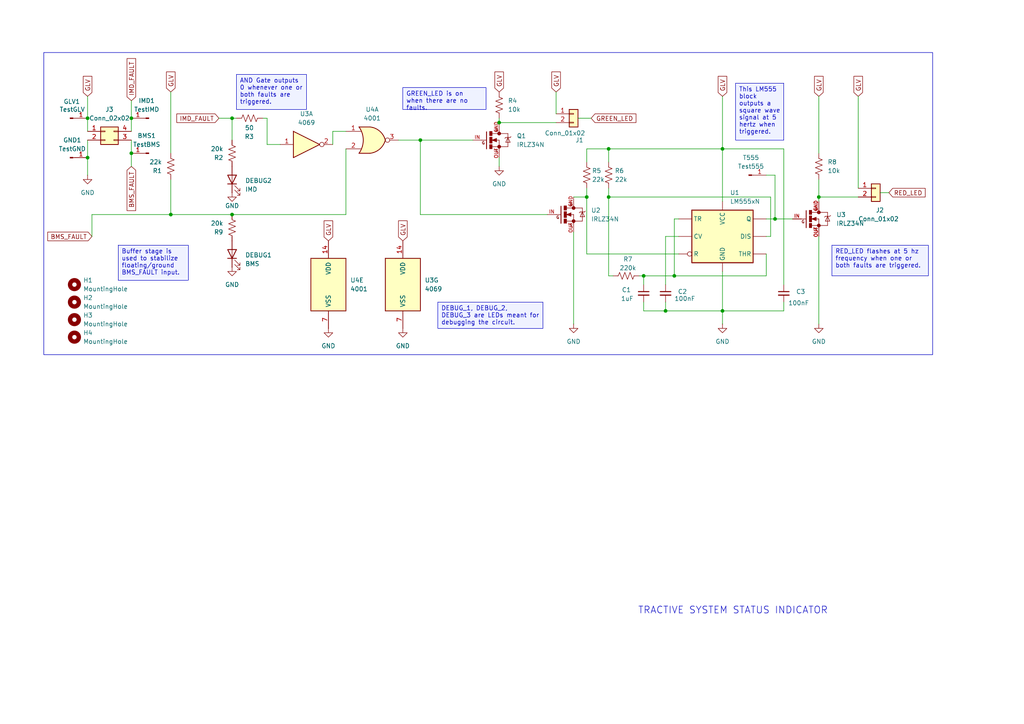
<source format=kicad_sch>
(kicad_sch
	(version 20250114)
	(generator "eeschema")
	(generator_version "9.0")
	(uuid "d20a762a-d1cd-4658-ba50-73ef390fde04")
	(paper "A4")
	(lib_symbols
		(symbol "4xxx:4001"
			(pin_names
				(offset 1.016)
			)
			(exclude_from_sim no)
			(in_bom yes)
			(on_board yes)
			(property "Reference" "U"
				(at 0 1.27 0)
				(effects
					(font
						(size 1.27 1.27)
					)
				)
			)
			(property "Value" "4001"
				(at 0 -1.27 0)
				(effects
					(font
						(size 1.27 1.27)
					)
				)
			)
			(property "Footprint" ""
				(at 0 0 0)
				(effects
					(font
						(size 1.27 1.27)
					)
					(hide yes)
				)
			)
			(property "Datasheet" "http://www.intersil.com/content/dam/Intersil/documents/cd40/cd4000bms-01bms-02bms-25bms.pdf"
				(at 0 0 0)
				(effects
					(font
						(size 1.27 1.27)
					)
					(hide yes)
				)
			)
			(property "Description" "Quad Nor 2 inputs"
				(at 0 0 0)
				(effects
					(font
						(size 1.27 1.27)
					)
					(hide yes)
				)
			)
			(property "ki_locked" ""
				(at 0 0 0)
				(effects
					(font
						(size 1.27 1.27)
					)
				)
			)
			(property "ki_keywords" "CMOS Nor2"
				(at 0 0 0)
				(effects
					(font
						(size 1.27 1.27)
					)
					(hide yes)
				)
			)
			(property "ki_fp_filters" "DIP?14*"
				(at 0 0 0)
				(effects
					(font
						(size 1.27 1.27)
					)
					(hide yes)
				)
			)
			(symbol "4001_1_1"
				(arc
					(start -3.81 3.81)
					(mid -2.589 0)
					(end -3.81 -3.81)
					(stroke
						(width 0.254)
						(type default)
					)
					(fill
						(type none)
					)
				)
				(polyline
					(pts
						(xy -3.81 3.81) (xy -0.635 3.81)
					)
					(stroke
						(width 0.254)
						(type default)
					)
					(fill
						(type background)
					)
				)
				(polyline
					(pts
						(xy -3.81 -3.81) (xy -0.635 -3.81)
					)
					(stroke
						(width 0.254)
						(type default)
					)
					(fill
						(type background)
					)
				)
				(arc
					(start 3.81 0)
					(mid 2.1855 -2.584)
					(end -0.6096 -3.81)
					(stroke
						(width 0.254)
						(type default)
					)
					(fill
						(type background)
					)
				)
				(arc
					(start -0.6096 3.81)
					(mid 2.1928 2.5924)
					(end 3.81 0)
					(stroke
						(width 0.254)
						(type default)
					)
					(fill
						(type background)
					)
				)
				(polyline
					(pts
						(xy -0.635 3.81) (xy -3.81 3.81) (xy -3.81 3.81) (xy -3.556 3.4036) (xy -3.0226 2.2606) (xy -2.6924 1.0414)
						(xy -2.6162 -0.254) (xy -2.7686 -1.4986) (xy -3.175 -2.7178) (xy -3.81 -3.81) (xy -3.81 -3.81)
						(xy -0.635 -3.81)
					)
					(stroke
						(width -25.4)
						(type default)
					)
					(fill
						(type background)
					)
				)
				(pin input line
					(at -7.62 2.54 0)
					(length 4.318)
					(name "~"
						(effects
							(font
								(size 1.27 1.27)
							)
						)
					)
					(number "1"
						(effects
							(font
								(size 1.27 1.27)
							)
						)
					)
				)
				(pin input line
					(at -7.62 -2.54 0)
					(length 4.318)
					(name "~"
						(effects
							(font
								(size 1.27 1.27)
							)
						)
					)
					(number "2"
						(effects
							(font
								(size 1.27 1.27)
							)
						)
					)
				)
				(pin output inverted
					(at 7.62 0 180)
					(length 3.81)
					(name "~"
						(effects
							(font
								(size 1.27 1.27)
							)
						)
					)
					(number "3"
						(effects
							(font
								(size 1.27 1.27)
							)
						)
					)
				)
			)
			(symbol "4001_1_2"
				(arc
					(start 0 3.81)
					(mid 3.7934 0)
					(end 0 -3.81)
					(stroke
						(width 0.254)
						(type default)
					)
					(fill
						(type background)
					)
				)
				(polyline
					(pts
						(xy 0 3.81) (xy -3.81 3.81) (xy -3.81 -3.81) (xy 0 -3.81)
					)
					(stroke
						(width 0.254)
						(type default)
					)
					(fill
						(type background)
					)
				)
				(pin input inverted
					(at -7.62 2.54 0)
					(length 3.81)
					(name "~"
						(effects
							(font
								(size 1.27 1.27)
							)
						)
					)
					(number "1"
						(effects
							(font
								(size 1.27 1.27)
							)
						)
					)
				)
				(pin input inverted
					(at -7.62 -2.54 0)
					(length 3.81)
					(name "~"
						(effects
							(font
								(size 1.27 1.27)
							)
						)
					)
					(number "2"
						(effects
							(font
								(size 1.27 1.27)
							)
						)
					)
				)
				(pin output line
					(at 7.62 0 180)
					(length 3.81)
					(name "~"
						(effects
							(font
								(size 1.27 1.27)
							)
						)
					)
					(number "3"
						(effects
							(font
								(size 1.27 1.27)
							)
						)
					)
				)
			)
			(symbol "4001_2_1"
				(arc
					(start -3.81 3.81)
					(mid -2.589 0)
					(end -3.81 -3.81)
					(stroke
						(width 0.254)
						(type default)
					)
					(fill
						(type none)
					)
				)
				(polyline
					(pts
						(xy -3.81 3.81) (xy -0.635 3.81)
					)
					(stroke
						(width 0.254)
						(type default)
					)
					(fill
						(type background)
					)
				)
				(polyline
					(pts
						(xy -3.81 -3.81) (xy -0.635 -3.81)
					)
					(stroke
						(width 0.254)
						(type default)
					)
					(fill
						(type background)
					)
				)
				(arc
					(start 3.81 0)
					(mid 2.1855 -2.584)
					(end -0.6096 -3.81)
					(stroke
						(width 0.254)
						(type default)
					)
					(fill
						(type background)
					)
				)
				(arc
					(start -0.6096 3.81)
					(mid 2.1928 2.5924)
					(end 3.81 0)
					(stroke
						(width 0.254)
						(type default)
					)
					(fill
						(type background)
					)
				)
				(polyline
					(pts
						(xy -0.635 3.81) (xy -3.81 3.81) (xy -3.81 3.81) (xy -3.556 3.4036) (xy -3.0226 2.2606) (xy -2.6924 1.0414)
						(xy -2.6162 -0.254) (xy -2.7686 -1.4986) (xy -3.175 -2.7178) (xy -3.81 -3.81) (xy -3.81 -3.81)
						(xy -0.635 -3.81)
					)
					(stroke
						(width -25.4)
						(type default)
					)
					(fill
						(type background)
					)
				)
				(pin input line
					(at -7.62 2.54 0)
					(length 4.318)
					(name "~"
						(effects
							(font
								(size 1.27 1.27)
							)
						)
					)
					(number "5"
						(effects
							(font
								(size 1.27 1.27)
							)
						)
					)
				)
				(pin input line
					(at -7.62 -2.54 0)
					(length 4.318)
					(name "~"
						(effects
							(font
								(size 1.27 1.27)
							)
						)
					)
					(number "6"
						(effects
							(font
								(size 1.27 1.27)
							)
						)
					)
				)
				(pin output inverted
					(at 7.62 0 180)
					(length 3.81)
					(name "~"
						(effects
							(font
								(size 1.27 1.27)
							)
						)
					)
					(number "4"
						(effects
							(font
								(size 1.27 1.27)
							)
						)
					)
				)
			)
			(symbol "4001_2_2"
				(arc
					(start 0 3.81)
					(mid 3.7934 0)
					(end 0 -3.81)
					(stroke
						(width 0.254)
						(type default)
					)
					(fill
						(type background)
					)
				)
				(polyline
					(pts
						(xy 0 3.81) (xy -3.81 3.81) (xy -3.81 -3.81) (xy 0 -3.81)
					)
					(stroke
						(width 0.254)
						(type default)
					)
					(fill
						(type background)
					)
				)
				(pin input inverted
					(at -7.62 2.54 0)
					(length 3.81)
					(name "~"
						(effects
							(font
								(size 1.27 1.27)
							)
						)
					)
					(number "5"
						(effects
							(font
								(size 1.27 1.27)
							)
						)
					)
				)
				(pin input inverted
					(at -7.62 -2.54 0)
					(length 3.81)
					(name "~"
						(effects
							(font
								(size 1.27 1.27)
							)
						)
					)
					(number "6"
						(effects
							(font
								(size 1.27 1.27)
							)
						)
					)
				)
				(pin output line
					(at 7.62 0 180)
					(length 3.81)
					(name "~"
						(effects
							(font
								(size 1.27 1.27)
							)
						)
					)
					(number "4"
						(effects
							(font
								(size 1.27 1.27)
							)
						)
					)
				)
			)
			(symbol "4001_3_1"
				(arc
					(start -3.81 3.81)
					(mid -2.589 0)
					(end -3.81 -3.81)
					(stroke
						(width 0.254)
						(type default)
					)
					(fill
						(type none)
					)
				)
				(polyline
					(pts
						(xy -3.81 3.81) (xy -0.635 3.81)
					)
					(stroke
						(width 0.254)
						(type default)
					)
					(fill
						(type background)
					)
				)
				(polyline
					(pts
						(xy -3.81 -3.81) (xy -0.635 -3.81)
					)
					(stroke
						(width 0.254)
						(type default)
					)
					(fill
						(type background)
					)
				)
				(arc
					(start 3.81 0)
					(mid 2.1855 -2.584)
					(end -0.6096 -3.81)
					(stroke
						(width 0.254)
						(type default)
					)
					(fill
						(type background)
					)
				)
				(arc
					(start -0.6096 3.81)
					(mid 2.1928 2.5924)
					(end 3.81 0)
					(stroke
						(width 0.254)
						(type default)
					)
					(fill
						(type background)
					)
				)
				(polyline
					(pts
						(xy -0.635 3.81) (xy -3.81 3.81) (xy -3.81 3.81) (xy -3.556 3.4036) (xy -3.0226 2.2606) (xy -2.6924 1.0414)
						(xy -2.6162 -0.254) (xy -2.7686 -1.4986) (xy -3.175 -2.7178) (xy -3.81 -3.81) (xy -3.81 -3.81)
						(xy -0.635 -3.81)
					)
					(stroke
						(width -25.4)
						(type default)
					)
					(fill
						(type background)
					)
				)
				(pin input line
					(at -7.62 2.54 0)
					(length 4.318)
					(name "~"
						(effects
							(font
								(size 1.27 1.27)
							)
						)
					)
					(number "8"
						(effects
							(font
								(size 1.27 1.27)
							)
						)
					)
				)
				(pin input line
					(at -7.62 -2.54 0)
					(length 4.318)
					(name "~"
						(effects
							(font
								(size 1.27 1.27)
							)
						)
					)
					(number "9"
						(effects
							(font
								(size 1.27 1.27)
							)
						)
					)
				)
				(pin output inverted
					(at 7.62 0 180)
					(length 3.81)
					(name "~"
						(effects
							(font
								(size 1.27 1.27)
							)
						)
					)
					(number "10"
						(effects
							(font
								(size 1.27 1.27)
							)
						)
					)
				)
			)
			(symbol "4001_3_2"
				(arc
					(start 0 3.81)
					(mid 3.7934 0)
					(end 0 -3.81)
					(stroke
						(width 0.254)
						(type default)
					)
					(fill
						(type background)
					)
				)
				(polyline
					(pts
						(xy 0 3.81) (xy -3.81 3.81) (xy -3.81 -3.81) (xy 0 -3.81)
					)
					(stroke
						(width 0.254)
						(type default)
					)
					(fill
						(type background)
					)
				)
				(pin input inverted
					(at -7.62 2.54 0)
					(length 3.81)
					(name "~"
						(effects
							(font
								(size 1.27 1.27)
							)
						)
					)
					(number "8"
						(effects
							(font
								(size 1.27 1.27)
							)
						)
					)
				)
				(pin input inverted
					(at -7.62 -2.54 0)
					(length 3.81)
					(name "~"
						(effects
							(font
								(size 1.27 1.27)
							)
						)
					)
					(number "9"
						(effects
							(font
								(size 1.27 1.27)
							)
						)
					)
				)
				(pin output line
					(at 7.62 0 180)
					(length 3.81)
					(name "~"
						(effects
							(font
								(size 1.27 1.27)
							)
						)
					)
					(number "10"
						(effects
							(font
								(size 1.27 1.27)
							)
						)
					)
				)
			)
			(symbol "4001_4_1"
				(arc
					(start -3.81 3.81)
					(mid -2.589 0)
					(end -3.81 -3.81)
					(stroke
						(width 0.254)
						(type default)
					)
					(fill
						(type none)
					)
				)
				(polyline
					(pts
						(xy -3.81 3.81) (xy -0.635 3.81)
					)
					(stroke
						(width 0.254)
						(type default)
					)
					(fill
						(type background)
					)
				)
				(polyline
					(pts
						(xy -3.81 -3.81) (xy -0.635 -3.81)
					)
					(stroke
						(width 0.254)
						(type default)
					)
					(fill
						(type background)
					)
				)
				(arc
					(start 3.81 0)
					(mid 2.1855 -2.584)
					(end -0.6096 -3.81)
					(stroke
						(width 0.254)
						(type default)
					)
					(fill
						(type background)
					)
				)
				(arc
					(start -0.6096 3.81)
					(mid 2.1928 2.5924)
					(end 3.81 0)
					(stroke
						(width 0.254)
						(type default)
					)
					(fill
						(type background)
					)
				)
				(polyline
					(pts
						(xy -0.635 3.81) (xy -3.81 3.81) (xy -3.81 3.81) (xy -3.556 3.4036) (xy -3.0226 2.2606) (xy -2.6924 1.0414)
						(xy -2.6162 -0.254) (xy -2.7686 -1.4986) (xy -3.175 -2.7178) (xy -3.81 -3.81) (xy -3.81 -3.81)
						(xy -0.635 -3.81)
					)
					(stroke
						(width -25.4)
						(type default)
					)
					(fill
						(type background)
					)
				)
				(pin input line
					(at -7.62 2.54 0)
					(length 4.318)
					(name "~"
						(effects
							(font
								(size 1.27 1.27)
							)
						)
					)
					(number "12"
						(effects
							(font
								(size 1.27 1.27)
							)
						)
					)
				)
				(pin input line
					(at -7.62 -2.54 0)
					(length 4.318)
					(name "~"
						(effects
							(font
								(size 1.27 1.27)
							)
						)
					)
					(number "13"
						(effects
							(font
								(size 1.27 1.27)
							)
						)
					)
				)
				(pin output inverted
					(at 7.62 0 180)
					(length 3.81)
					(name "~"
						(effects
							(font
								(size 1.27 1.27)
							)
						)
					)
					(number "11"
						(effects
							(font
								(size 1.27 1.27)
							)
						)
					)
				)
			)
			(symbol "4001_4_2"
				(arc
					(start 0 3.81)
					(mid 3.7934 0)
					(end 0 -3.81)
					(stroke
						(width 0.254)
						(type default)
					)
					(fill
						(type background)
					)
				)
				(polyline
					(pts
						(xy 0 3.81) (xy -3.81 3.81) (xy -3.81 -3.81) (xy 0 -3.81)
					)
					(stroke
						(width 0.254)
						(type default)
					)
					(fill
						(type background)
					)
				)
				(pin input inverted
					(at -7.62 2.54 0)
					(length 3.81)
					(name "~"
						(effects
							(font
								(size 1.27 1.27)
							)
						)
					)
					(number "12"
						(effects
							(font
								(size 1.27 1.27)
							)
						)
					)
				)
				(pin input inverted
					(at -7.62 -2.54 0)
					(length 3.81)
					(name "~"
						(effects
							(font
								(size 1.27 1.27)
							)
						)
					)
					(number "13"
						(effects
							(font
								(size 1.27 1.27)
							)
						)
					)
				)
				(pin output line
					(at 7.62 0 180)
					(length 3.81)
					(name "~"
						(effects
							(font
								(size 1.27 1.27)
							)
						)
					)
					(number "11"
						(effects
							(font
								(size 1.27 1.27)
							)
						)
					)
				)
			)
			(symbol "4001_5_0"
				(pin power_in line
					(at 0 12.7 270)
					(length 5.08)
					(name "VDD"
						(effects
							(font
								(size 1.27 1.27)
							)
						)
					)
					(number "14"
						(effects
							(font
								(size 1.27 1.27)
							)
						)
					)
				)
				(pin power_in line
					(at 0 -12.7 90)
					(length 5.08)
					(name "VSS"
						(effects
							(font
								(size 1.27 1.27)
							)
						)
					)
					(number "7"
						(effects
							(font
								(size 1.27 1.27)
							)
						)
					)
				)
			)
			(symbol "4001_5_1"
				(rectangle
					(start -5.08 7.62)
					(end 5.08 -7.62)
					(stroke
						(width 0.254)
						(type default)
					)
					(fill
						(type background)
					)
				)
			)
			(embedded_fonts no)
		)
		(symbol "4xxx:4069"
			(pin_names
				(offset 1.016)
			)
			(exclude_from_sim no)
			(in_bom yes)
			(on_board yes)
			(property "Reference" "U"
				(at 0 1.27 0)
				(effects
					(font
						(size 1.27 1.27)
					)
				)
			)
			(property "Value" "4069"
				(at 0 -1.27 0)
				(effects
					(font
						(size 1.27 1.27)
					)
				)
			)
			(property "Footprint" ""
				(at 0 0 0)
				(effects
					(font
						(size 1.27 1.27)
					)
					(hide yes)
				)
			)
			(property "Datasheet" "http://www.intersil.com/content/dam/Intersil/documents/cd40/cd4069ubms.pdf"
				(at 0 0 0)
				(effects
					(font
						(size 1.27 1.27)
					)
					(hide yes)
				)
			)
			(property "Description" "Hex inverter"
				(at 0 0 0)
				(effects
					(font
						(size 1.27 1.27)
					)
					(hide yes)
				)
			)
			(property "ki_locked" ""
				(at 0 0 0)
				(effects
					(font
						(size 1.27 1.27)
					)
				)
			)
			(property "ki_keywords" "CMOS NOT"
				(at 0 0 0)
				(effects
					(font
						(size 1.27 1.27)
					)
					(hide yes)
				)
			)
			(property "ki_fp_filters" "DIP?14*"
				(at 0 0 0)
				(effects
					(font
						(size 1.27 1.27)
					)
					(hide yes)
				)
			)
			(symbol "4069_1_0"
				(polyline
					(pts
						(xy -3.81 3.81) (xy -3.81 -3.81) (xy 3.81 0) (xy -3.81 3.81)
					)
					(stroke
						(width 0.254)
						(type default)
					)
					(fill
						(type background)
					)
				)
				(pin input line
					(at -7.62 0 0)
					(length 3.81)
					(name "~"
						(effects
							(font
								(size 1.27 1.27)
							)
						)
					)
					(number "1"
						(effects
							(font
								(size 1.27 1.27)
							)
						)
					)
				)
				(pin output inverted
					(at 7.62 0 180)
					(length 3.81)
					(name "~"
						(effects
							(font
								(size 1.27 1.27)
							)
						)
					)
					(number "2"
						(effects
							(font
								(size 1.27 1.27)
							)
						)
					)
				)
			)
			(symbol "4069_2_0"
				(polyline
					(pts
						(xy -3.81 3.81) (xy -3.81 -3.81) (xy 3.81 0) (xy -3.81 3.81)
					)
					(stroke
						(width 0.254)
						(type default)
					)
					(fill
						(type background)
					)
				)
				(pin input line
					(at -7.62 0 0)
					(length 3.81)
					(name "~"
						(effects
							(font
								(size 1.27 1.27)
							)
						)
					)
					(number "3"
						(effects
							(font
								(size 1.27 1.27)
							)
						)
					)
				)
				(pin output inverted
					(at 7.62 0 180)
					(length 3.81)
					(name "~"
						(effects
							(font
								(size 1.27 1.27)
							)
						)
					)
					(number "4"
						(effects
							(font
								(size 1.27 1.27)
							)
						)
					)
				)
			)
			(symbol "4069_3_0"
				(polyline
					(pts
						(xy -3.81 3.81) (xy -3.81 -3.81) (xy 3.81 0) (xy -3.81 3.81)
					)
					(stroke
						(width 0.254)
						(type default)
					)
					(fill
						(type background)
					)
				)
				(pin input line
					(at -7.62 0 0)
					(length 3.81)
					(name "~"
						(effects
							(font
								(size 1.27 1.27)
							)
						)
					)
					(number "5"
						(effects
							(font
								(size 1.27 1.27)
							)
						)
					)
				)
				(pin output inverted
					(at 7.62 0 180)
					(length 3.81)
					(name "~"
						(effects
							(font
								(size 1.27 1.27)
							)
						)
					)
					(number "6"
						(effects
							(font
								(size 1.27 1.27)
							)
						)
					)
				)
			)
			(symbol "4069_4_0"
				(polyline
					(pts
						(xy -3.81 3.81) (xy -3.81 -3.81) (xy 3.81 0) (xy -3.81 3.81)
					)
					(stroke
						(width 0.254)
						(type default)
					)
					(fill
						(type background)
					)
				)
				(pin input line
					(at -7.62 0 0)
					(length 3.81)
					(name "~"
						(effects
							(font
								(size 1.27 1.27)
							)
						)
					)
					(number "9"
						(effects
							(font
								(size 1.27 1.27)
							)
						)
					)
				)
				(pin output inverted
					(at 7.62 0 180)
					(length 3.81)
					(name "~"
						(effects
							(font
								(size 1.27 1.27)
							)
						)
					)
					(number "8"
						(effects
							(font
								(size 1.27 1.27)
							)
						)
					)
				)
			)
			(symbol "4069_5_0"
				(polyline
					(pts
						(xy -3.81 3.81) (xy -3.81 -3.81) (xy 3.81 0) (xy -3.81 3.81)
					)
					(stroke
						(width 0.254)
						(type default)
					)
					(fill
						(type background)
					)
				)
				(pin input line
					(at -7.62 0 0)
					(length 3.81)
					(name "~"
						(effects
							(font
								(size 1.27 1.27)
							)
						)
					)
					(number "11"
						(effects
							(font
								(size 1.27 1.27)
							)
						)
					)
				)
				(pin output inverted
					(at 7.62 0 180)
					(length 3.81)
					(name "~"
						(effects
							(font
								(size 1.27 1.27)
							)
						)
					)
					(number "10"
						(effects
							(font
								(size 1.27 1.27)
							)
						)
					)
				)
			)
			(symbol "4069_6_0"
				(polyline
					(pts
						(xy -3.81 3.81) (xy -3.81 -3.81) (xy 3.81 0) (xy -3.81 3.81)
					)
					(stroke
						(width 0.254)
						(type default)
					)
					(fill
						(type background)
					)
				)
				(pin input line
					(at -7.62 0 0)
					(length 3.81)
					(name "~"
						(effects
							(font
								(size 1.27 1.27)
							)
						)
					)
					(number "13"
						(effects
							(font
								(size 1.27 1.27)
							)
						)
					)
				)
				(pin output inverted
					(at 7.62 0 180)
					(length 3.81)
					(name "~"
						(effects
							(font
								(size 1.27 1.27)
							)
						)
					)
					(number "12"
						(effects
							(font
								(size 1.27 1.27)
							)
						)
					)
				)
			)
			(symbol "4069_7_0"
				(pin power_in line
					(at 0 12.7 270)
					(length 5.08)
					(name "VDD"
						(effects
							(font
								(size 1.27 1.27)
							)
						)
					)
					(number "14"
						(effects
							(font
								(size 1.27 1.27)
							)
						)
					)
				)
				(pin power_in line
					(at 0 -12.7 90)
					(length 5.08)
					(name "VSS"
						(effects
							(font
								(size 1.27 1.27)
							)
						)
					)
					(number "7"
						(effects
							(font
								(size 1.27 1.27)
							)
						)
					)
				)
			)
			(symbol "4069_7_1"
				(rectangle
					(start -5.08 7.62)
					(end 5.08 -7.62)
					(stroke
						(width 0.254)
						(type default)
					)
					(fill
						(type background)
					)
				)
			)
			(embedded_fonts no)
		)
		(symbol "Connector:Conn_01x01_Pin"
			(pin_names
				(offset 1.016)
				(hide yes)
			)
			(exclude_from_sim no)
			(in_bom yes)
			(on_board yes)
			(property "Reference" "J"
				(at 0 2.54 0)
				(effects
					(font
						(size 1.27 1.27)
					)
				)
			)
			(property "Value" "Conn_01x01_Pin"
				(at 0 -2.54 0)
				(effects
					(font
						(size 1.27 1.27)
					)
				)
			)
			(property "Footprint" ""
				(at 0 0 0)
				(effects
					(font
						(size 1.27 1.27)
					)
					(hide yes)
				)
			)
			(property "Datasheet" "~"
				(at 0 0 0)
				(effects
					(font
						(size 1.27 1.27)
					)
					(hide yes)
				)
			)
			(property "Description" "Generic connector, single row, 01x01, script generated"
				(at 0 0 0)
				(effects
					(font
						(size 1.27 1.27)
					)
					(hide yes)
				)
			)
			(property "ki_locked" ""
				(at 0 0 0)
				(effects
					(font
						(size 1.27 1.27)
					)
				)
			)
			(property "ki_keywords" "connector"
				(at 0 0 0)
				(effects
					(font
						(size 1.27 1.27)
					)
					(hide yes)
				)
			)
			(property "ki_fp_filters" "Connector*:*_1x??_*"
				(at 0 0 0)
				(effects
					(font
						(size 1.27 1.27)
					)
					(hide yes)
				)
			)
			(symbol "Conn_01x01_Pin_1_1"
				(rectangle
					(start 0.8636 0.127)
					(end 0 -0.127)
					(stroke
						(width 0.1524)
						(type default)
					)
					(fill
						(type outline)
					)
				)
				(polyline
					(pts
						(xy 1.27 0) (xy 0.8636 0)
					)
					(stroke
						(width 0.1524)
						(type default)
					)
					(fill
						(type none)
					)
				)
				(pin passive line
					(at 5.08 0 180)
					(length 3.81)
					(name "Pin_1"
						(effects
							(font
								(size 1.27 1.27)
							)
						)
					)
					(number "1"
						(effects
							(font
								(size 1.27 1.27)
							)
						)
					)
				)
			)
			(embedded_fonts no)
		)
		(symbol "Connector_Generic:Conn_01x02"
			(pin_names
				(offset 1.016)
				(hide yes)
			)
			(exclude_from_sim no)
			(in_bom yes)
			(on_board yes)
			(property "Reference" "J"
				(at 0 2.54 0)
				(effects
					(font
						(size 1.27 1.27)
					)
				)
			)
			(property "Value" "Conn_01x02"
				(at 0 -5.08 0)
				(effects
					(font
						(size 1.27 1.27)
					)
				)
			)
			(property "Footprint" ""
				(at 0 0 0)
				(effects
					(font
						(size 1.27 1.27)
					)
					(hide yes)
				)
			)
			(property "Datasheet" "~"
				(at 0 0 0)
				(effects
					(font
						(size 1.27 1.27)
					)
					(hide yes)
				)
			)
			(property "Description" "Generic connector, single row, 01x02, script generated (kicad-library-utils/schlib/autogen/connector/)"
				(at 0 0 0)
				(effects
					(font
						(size 1.27 1.27)
					)
					(hide yes)
				)
			)
			(property "ki_keywords" "connector"
				(at 0 0 0)
				(effects
					(font
						(size 1.27 1.27)
					)
					(hide yes)
				)
			)
			(property "ki_fp_filters" "Connector*:*_1x??_*"
				(at 0 0 0)
				(effects
					(font
						(size 1.27 1.27)
					)
					(hide yes)
				)
			)
			(symbol "Conn_01x02_1_1"
				(rectangle
					(start -1.27 1.27)
					(end 1.27 -3.81)
					(stroke
						(width 0.254)
						(type default)
					)
					(fill
						(type background)
					)
				)
				(rectangle
					(start -1.27 0.127)
					(end 0 -0.127)
					(stroke
						(width 0.1524)
						(type default)
					)
					(fill
						(type none)
					)
				)
				(rectangle
					(start -1.27 -2.413)
					(end 0 -2.667)
					(stroke
						(width 0.1524)
						(type default)
					)
					(fill
						(type none)
					)
				)
				(pin passive line
					(at -5.08 0 0)
					(length 3.81)
					(name "Pin_1"
						(effects
							(font
								(size 1.27 1.27)
							)
						)
					)
					(number "1"
						(effects
							(font
								(size 1.27 1.27)
							)
						)
					)
				)
				(pin passive line
					(at -5.08 -2.54 0)
					(length 3.81)
					(name "Pin_2"
						(effects
							(font
								(size 1.27 1.27)
							)
						)
					)
					(number "2"
						(effects
							(font
								(size 1.27 1.27)
							)
						)
					)
				)
			)
			(embedded_fonts no)
		)
		(symbol "Connector_Generic:Conn_02x02_Counter_Clockwise"
			(pin_names
				(offset 1.016)
				(hide yes)
			)
			(exclude_from_sim no)
			(in_bom yes)
			(on_board yes)
			(property "Reference" "J"
				(at 1.27 2.54 0)
				(effects
					(font
						(size 1.27 1.27)
					)
				)
			)
			(property "Value" "Conn_02x02_Counter_Clockwise"
				(at 1.27 -5.08 0)
				(effects
					(font
						(size 1.27 1.27)
					)
				)
			)
			(property "Footprint" ""
				(at 0 0 0)
				(effects
					(font
						(size 1.27 1.27)
					)
					(hide yes)
				)
			)
			(property "Datasheet" "~"
				(at 0 0 0)
				(effects
					(font
						(size 1.27 1.27)
					)
					(hide yes)
				)
			)
			(property "Description" "Generic connector, double row, 02x02, counter clockwise pin numbering scheme (similar to DIP package numbering), script generated (kicad-library-utils/schlib/autogen/connector/)"
				(at 0 0 0)
				(effects
					(font
						(size 1.27 1.27)
					)
					(hide yes)
				)
			)
			(property "ki_keywords" "connector"
				(at 0 0 0)
				(effects
					(font
						(size 1.27 1.27)
					)
					(hide yes)
				)
			)
			(property "ki_fp_filters" "Connector*:*_2x??_*"
				(at 0 0 0)
				(effects
					(font
						(size 1.27 1.27)
					)
					(hide yes)
				)
			)
			(symbol "Conn_02x02_Counter_Clockwise_1_1"
				(rectangle
					(start -1.27 1.27)
					(end 3.81 -3.81)
					(stroke
						(width 0.254)
						(type default)
					)
					(fill
						(type background)
					)
				)
				(rectangle
					(start -1.27 0.127)
					(end 0 -0.127)
					(stroke
						(width 0.1524)
						(type default)
					)
					(fill
						(type none)
					)
				)
				(rectangle
					(start -1.27 -2.413)
					(end 0 -2.667)
					(stroke
						(width 0.1524)
						(type default)
					)
					(fill
						(type none)
					)
				)
				(rectangle
					(start 3.81 0.127)
					(end 2.54 -0.127)
					(stroke
						(width 0.1524)
						(type default)
					)
					(fill
						(type none)
					)
				)
				(rectangle
					(start 3.81 -2.413)
					(end 2.54 -2.667)
					(stroke
						(width 0.1524)
						(type default)
					)
					(fill
						(type none)
					)
				)
				(pin passive line
					(at -5.08 0 0)
					(length 3.81)
					(name "Pin_1"
						(effects
							(font
								(size 1.27 1.27)
							)
						)
					)
					(number "1"
						(effects
							(font
								(size 1.27 1.27)
							)
						)
					)
				)
				(pin passive line
					(at -5.08 -2.54 0)
					(length 3.81)
					(name "Pin_2"
						(effects
							(font
								(size 1.27 1.27)
							)
						)
					)
					(number "2"
						(effects
							(font
								(size 1.27 1.27)
							)
						)
					)
				)
				(pin passive line
					(at 7.62 0 180)
					(length 3.81)
					(name "Pin_4"
						(effects
							(font
								(size 1.27 1.27)
							)
						)
					)
					(number "4"
						(effects
							(font
								(size 1.27 1.27)
							)
						)
					)
				)
				(pin passive line
					(at 7.62 -2.54 180)
					(length 3.81)
					(name "Pin_3"
						(effects
							(font
								(size 1.27 1.27)
							)
						)
					)
					(number "3"
						(effects
							(font
								(size 1.27 1.27)
							)
						)
					)
				)
			)
			(embedded_fonts no)
		)
		(symbol "Device:C_Small"
			(pin_numbers
				(hide yes)
			)
			(pin_names
				(offset 0.254)
				(hide yes)
			)
			(exclude_from_sim no)
			(in_bom yes)
			(on_board yes)
			(property "Reference" "C"
				(at 0.254 1.778 0)
				(effects
					(font
						(size 1.27 1.27)
					)
					(justify left)
				)
			)
			(property "Value" "C_Small"
				(at 0.254 -2.032 0)
				(effects
					(font
						(size 1.27 1.27)
					)
					(justify left)
				)
			)
			(property "Footprint" ""
				(at 0 0 0)
				(effects
					(font
						(size 1.27 1.27)
					)
					(hide yes)
				)
			)
			(property "Datasheet" "~"
				(at 0 0 0)
				(effects
					(font
						(size 1.27 1.27)
					)
					(hide yes)
				)
			)
			(property "Description" "Unpolarized capacitor, small symbol"
				(at 0 0 0)
				(effects
					(font
						(size 1.27 1.27)
					)
					(hide yes)
				)
			)
			(property "ki_keywords" "capacitor cap"
				(at 0 0 0)
				(effects
					(font
						(size 1.27 1.27)
					)
					(hide yes)
				)
			)
			(property "ki_fp_filters" "C_*"
				(at 0 0 0)
				(effects
					(font
						(size 1.27 1.27)
					)
					(hide yes)
				)
			)
			(symbol "C_Small_0_1"
				(polyline
					(pts
						(xy -1.524 0.508) (xy 1.524 0.508)
					)
					(stroke
						(width 0.3048)
						(type default)
					)
					(fill
						(type none)
					)
				)
				(polyline
					(pts
						(xy -1.524 -0.508) (xy 1.524 -0.508)
					)
					(stroke
						(width 0.3302)
						(type default)
					)
					(fill
						(type none)
					)
				)
			)
			(symbol "C_Small_1_1"
				(pin passive line
					(at 0 2.54 270)
					(length 2.032)
					(name "~"
						(effects
							(font
								(size 1.27 1.27)
							)
						)
					)
					(number "1"
						(effects
							(font
								(size 1.27 1.27)
							)
						)
					)
				)
				(pin passive line
					(at 0 -2.54 90)
					(length 2.032)
					(name "~"
						(effects
							(font
								(size 1.27 1.27)
							)
						)
					)
					(number "2"
						(effects
							(font
								(size 1.27 1.27)
							)
						)
					)
				)
			)
			(embedded_fonts no)
		)
		(symbol "Device:LED"
			(pin_numbers
				(hide yes)
			)
			(pin_names
				(offset 1.016)
				(hide yes)
			)
			(exclude_from_sim no)
			(in_bom yes)
			(on_board yes)
			(property "Reference" "D"
				(at 0 2.54 0)
				(effects
					(font
						(size 1.27 1.27)
					)
				)
			)
			(property "Value" "LED"
				(at 0 -2.54 0)
				(effects
					(font
						(size 1.27 1.27)
					)
				)
			)
			(property "Footprint" ""
				(at 0 0 0)
				(effects
					(font
						(size 1.27 1.27)
					)
					(hide yes)
				)
			)
			(property "Datasheet" "~"
				(at 0 0 0)
				(effects
					(font
						(size 1.27 1.27)
					)
					(hide yes)
				)
			)
			(property "Description" "Light emitting diode"
				(at 0 0 0)
				(effects
					(font
						(size 1.27 1.27)
					)
					(hide yes)
				)
			)
			(property "Sim.Pins" "1=K 2=A"
				(at 0 0 0)
				(effects
					(font
						(size 1.27 1.27)
					)
					(hide yes)
				)
			)
			(property "ki_keywords" "LED diode"
				(at 0 0 0)
				(effects
					(font
						(size 1.27 1.27)
					)
					(hide yes)
				)
			)
			(property "ki_fp_filters" "LED* LED_SMD:* LED_THT:*"
				(at 0 0 0)
				(effects
					(font
						(size 1.27 1.27)
					)
					(hide yes)
				)
			)
			(symbol "LED_0_1"
				(polyline
					(pts
						(xy -3.048 -0.762) (xy -4.572 -2.286) (xy -3.81 -2.286) (xy -4.572 -2.286) (xy -4.572 -1.524)
					)
					(stroke
						(width 0)
						(type default)
					)
					(fill
						(type none)
					)
				)
				(polyline
					(pts
						(xy -1.778 -0.762) (xy -3.302 -2.286) (xy -2.54 -2.286) (xy -3.302 -2.286) (xy -3.302 -1.524)
					)
					(stroke
						(width 0)
						(type default)
					)
					(fill
						(type none)
					)
				)
				(polyline
					(pts
						(xy -1.27 0) (xy 1.27 0)
					)
					(stroke
						(width 0)
						(type default)
					)
					(fill
						(type none)
					)
				)
				(polyline
					(pts
						(xy -1.27 -1.27) (xy -1.27 1.27)
					)
					(stroke
						(width 0.254)
						(type default)
					)
					(fill
						(type none)
					)
				)
				(polyline
					(pts
						(xy 1.27 -1.27) (xy 1.27 1.27) (xy -1.27 0) (xy 1.27 -1.27)
					)
					(stroke
						(width 0.254)
						(type default)
					)
					(fill
						(type none)
					)
				)
			)
			(symbol "LED_1_1"
				(pin passive line
					(at -3.81 0 0)
					(length 2.54)
					(name "K"
						(effects
							(font
								(size 1.27 1.27)
							)
						)
					)
					(number "1"
						(effects
							(font
								(size 1.27 1.27)
							)
						)
					)
				)
				(pin passive line
					(at 3.81 0 180)
					(length 2.54)
					(name "A"
						(effects
							(font
								(size 1.27 1.27)
							)
						)
					)
					(number "2"
						(effects
							(font
								(size 1.27 1.27)
							)
						)
					)
				)
			)
			(embedded_fonts no)
		)
		(symbol "Device:R_US"
			(pin_numbers
				(hide yes)
			)
			(pin_names
				(offset 0)
			)
			(exclude_from_sim no)
			(in_bom yes)
			(on_board yes)
			(property "Reference" "R"
				(at 2.54 0 90)
				(effects
					(font
						(size 1.27 1.27)
					)
				)
			)
			(property "Value" "R_US"
				(at -2.54 0 90)
				(effects
					(font
						(size 1.27 1.27)
					)
				)
			)
			(property "Footprint" ""
				(at 1.016 -0.254 90)
				(effects
					(font
						(size 1.27 1.27)
					)
					(hide yes)
				)
			)
			(property "Datasheet" "~"
				(at 0 0 0)
				(effects
					(font
						(size 1.27 1.27)
					)
					(hide yes)
				)
			)
			(property "Description" "Resistor, US symbol"
				(at 0 0 0)
				(effects
					(font
						(size 1.27 1.27)
					)
					(hide yes)
				)
			)
			(property "ki_keywords" "R res resistor"
				(at 0 0 0)
				(effects
					(font
						(size 1.27 1.27)
					)
					(hide yes)
				)
			)
			(property "ki_fp_filters" "R_*"
				(at 0 0 0)
				(effects
					(font
						(size 1.27 1.27)
					)
					(hide yes)
				)
			)
			(symbol "R_US_0_1"
				(polyline
					(pts
						(xy 0 2.286) (xy 0 2.54)
					)
					(stroke
						(width 0)
						(type default)
					)
					(fill
						(type none)
					)
				)
				(polyline
					(pts
						(xy 0 2.286) (xy 1.016 1.905) (xy 0 1.524) (xy -1.016 1.143) (xy 0 0.762)
					)
					(stroke
						(width 0)
						(type default)
					)
					(fill
						(type none)
					)
				)
				(polyline
					(pts
						(xy 0 0.762) (xy 1.016 0.381) (xy 0 0) (xy -1.016 -0.381) (xy 0 -0.762)
					)
					(stroke
						(width 0)
						(type default)
					)
					(fill
						(type none)
					)
				)
				(polyline
					(pts
						(xy 0 -0.762) (xy 1.016 -1.143) (xy 0 -1.524) (xy -1.016 -1.905) (xy 0 -2.286)
					)
					(stroke
						(width 0)
						(type default)
					)
					(fill
						(type none)
					)
				)
				(polyline
					(pts
						(xy 0 -2.286) (xy 0 -2.54)
					)
					(stroke
						(width 0)
						(type default)
					)
					(fill
						(type none)
					)
				)
			)
			(symbol "R_US_1_1"
				(pin passive line
					(at 0 3.81 270)
					(length 1.27)
					(name "~"
						(effects
							(font
								(size 1.27 1.27)
							)
						)
					)
					(number "1"
						(effects
							(font
								(size 1.27 1.27)
							)
						)
					)
				)
				(pin passive line
					(at 0 -3.81 90)
					(length 1.27)
					(name "~"
						(effects
							(font
								(size 1.27 1.27)
							)
						)
					)
					(number "2"
						(effects
							(font
								(size 1.27 1.27)
							)
						)
					)
				)
			)
			(embedded_fonts no)
		)
		(symbol "IRLZ34N:IRLZ34N"
			(pin_names
				(offset 1.016)
			)
			(exclude_from_sim no)
			(in_bom yes)
			(on_board yes)
			(property "Reference" "U"
				(at 5.0824 2.5412 0)
				(effects
					(font
						(size 1.27 1.27)
					)
					(justify left bottom)
				)
			)
			(property "Value" "IRLZ34N"
				(at 5.0935 0 0)
				(effects
					(font
						(size 1.27 1.27)
					)
					(justify left bottom)
				)
			)
			(property "Footprint" "IRLZ34N:TO-220_2_"
				(at 0 0 0)
				(effects
					(font
						(size 1.27 1.27)
					)
					(justify bottom)
					(hide yes)
				)
			)
			(property "Datasheet" ""
				(at 0 0 0)
				(effects
					(font
						(size 1.27 1.27)
					)
					(hide yes)
				)
			)
			(property "Description" ""
				(at 0 0 0)
				(effects
					(font
						(size 1.27 1.27)
					)
					(hide yes)
				)
			)
			(property "MF" "Infineon"
				(at 0 0 0)
				(effects
					(font
						(size 1.27 1.27)
					)
					(justify bottom)
					(hide yes)
				)
			)
			(property "Description_1" "N-Channel 55 V 30A (Tc) 3.8W (Ta), 68W (Tc) Surface Mount D2PAK"
				(at 0 0 0)
				(effects
					(font
						(size 1.27 1.27)
					)
					(justify bottom)
					(hide yes)
				)
			)
			(property "Package" "TO-220 Infineon"
				(at 0 0 0)
				(effects
					(font
						(size 1.27 1.27)
					)
					(justify bottom)
					(hide yes)
				)
			)
			(property "Price" "None"
				(at 0 0 0)
				(effects
					(font
						(size 1.27 1.27)
					)
					(justify bottom)
					(hide yes)
				)
			)
			(property "SnapEDA_Link" "https://www.snapeda.com/parts/IRLZ34N/Infineon/view-part/?ref=snap"
				(at 0 0 0)
				(effects
					(font
						(size 1.27 1.27)
					)
					(justify bottom)
					(hide yes)
				)
			)
			(property "MP" "IRLZ34N"
				(at 0 0 0)
				(effects
					(font
						(size 1.27 1.27)
					)
					(justify bottom)
					(hide yes)
				)
			)
			(property "Purchase-URL" "https://www.snapeda.com/api/url_track_click_mouser/?unipart_id=346822&manufacturer=Infineon&part_name=IRLZ34N&search_term=None"
				(at 0 0 0)
				(effects
					(font
						(size 1.27 1.27)
					)
					(justify bottom)
					(hide yes)
				)
			)
			(property "Availability" "In Stock"
				(at 0 0 0)
				(effects
					(font
						(size 1.27 1.27)
					)
					(justify bottom)
					(hide yes)
				)
			)
			(property "Check_prices" "https://www.snapeda.com/parts/IRLZ34N/Infineon/view-part/?ref=eda"
				(at 0 0 0)
				(effects
					(font
						(size 1.27 1.27)
					)
					(justify bottom)
					(hide yes)
				)
			)
			(symbol "IRLZ34N_0_0"
				(polyline
					(pts
						(xy -3.81 0) (xy -5.08 0)
					)
					(stroke
						(width 0.1524)
						(type default)
					)
					(fill
						(type none)
					)
				)
				(polyline
					(pts
						(xy -3.6576 2.413) (xy -3.6576 -2.54)
					)
					(stroke
						(width 0.254)
						(type default)
					)
					(fill
						(type none)
					)
				)
				(rectangle
					(start -2.8035 -2.5486)
					(end -2.032 -1.27)
					(stroke
						(width 0.1)
						(type default)
					)
					(fill
						(type outline)
					)
				)
				(rectangle
					(start -2.8025 1.2739)
					(end -2.032 2.54)
					(stroke
						(width 0.1)
						(type default)
					)
					(fill
						(type outline)
					)
				)
				(rectangle
					(start -2.7953 -0.8894)
					(end -2.032 0.889)
					(stroke
						(width 0.1)
						(type default)
					)
					(fill
						(type outline)
					)
				)
				(polyline
					(pts
						(xy -2.032 0) (xy -0.762 -0.508)
					)
					(stroke
						(width 0.1524)
						(type default)
					)
					(fill
						(type none)
					)
				)
				(polyline
					(pts
						(xy -2.032 -1.905) (xy 0 -1.905)
					)
					(stroke
						(width 0.1524)
						(type default)
					)
					(fill
						(type none)
					)
				)
				(polyline
					(pts
						(xy -1.778 0) (xy -0.889 -0.254)
					)
					(stroke
						(width 0.3048)
						(type default)
					)
					(fill
						(type none)
					)
				)
				(polyline
					(pts
						(xy -0.889 0.254) (xy -1.778 0)
					)
					(stroke
						(width 0.3048)
						(type default)
					)
					(fill
						(type none)
					)
				)
				(polyline
					(pts
						(xy -0.889 0) (xy -1.143 0)
					)
					(stroke
						(width 0.3048)
						(type default)
					)
					(fill
						(type none)
					)
				)
				(polyline
					(pts
						(xy -0.889 0) (xy 0 0)
					)
					(stroke
						(width 0.1524)
						(type default)
					)
					(fill
						(type none)
					)
				)
				(polyline
					(pts
						(xy -0.889 -0.254) (xy -0.889 0)
					)
					(stroke
						(width 0.3048)
						(type default)
					)
					(fill
						(type none)
					)
				)
				(polyline
					(pts
						(xy -0.762 0.508) (xy -2.032 0)
					)
					(stroke
						(width 0.1524)
						(type default)
					)
					(fill
						(type none)
					)
				)
				(polyline
					(pts
						(xy -0.762 -0.508) (xy -0.762 0.508)
					)
					(stroke
						(width 0.1524)
						(type default)
					)
					(fill
						(type none)
					)
				)
				(polyline
					(pts
						(xy 0 2.54) (xy 0 1.905)
					)
					(stroke
						(width 0.1524)
						(type default)
					)
					(fill
						(type none)
					)
				)
				(circle
					(center 0 1.905)
					(radius 0.127)
					(stroke
						(width 0.4064)
						(type default)
					)
					(fill
						(type none)
					)
				)
				(polyline
					(pts
						(xy 0 1.905) (xy -2.0066 1.905)
					)
					(stroke
						(width 0.1524)
						(type default)
					)
					(fill
						(type none)
					)
				)
				(polyline
					(pts
						(xy 0 1.905) (xy 2.54 1.905)
					)
					(stroke
						(width 0.1524)
						(type default)
					)
					(fill
						(type none)
					)
				)
				(polyline
					(pts
						(xy 0 0) (xy 0 -1.905)
					)
					(stroke
						(width 0.1524)
						(type default)
					)
					(fill
						(type none)
					)
				)
				(polyline
					(pts
						(xy 0 -1.905) (xy 0 -2.54)
					)
					(stroke
						(width 0.1524)
						(type default)
					)
					(fill
						(type none)
					)
				)
				(circle
					(center 0 -1.905)
					(radius 0.127)
					(stroke
						(width 0.4064)
						(type default)
					)
					(fill
						(type none)
					)
				)
				(polyline
					(pts
						(xy 1.905 0.762) (xy 1.651 0.508)
					)
					(stroke
						(width 0.1524)
						(type default)
					)
					(fill
						(type none)
					)
				)
				(polyline
					(pts
						(xy 1.905 0.762) (xy 2.54 0.762)
					)
					(stroke
						(width 0.1524)
						(type default)
					)
					(fill
						(type none)
					)
				)
				(polyline
					(pts
						(xy 1.905 -0.635) (xy 3.175 -0.635)
					)
					(stroke
						(width 0.1524)
						(type default)
					)
					(fill
						(type none)
					)
				)
				(polyline
					(pts
						(xy 2.54 1.905) (xy 2.54 0.762)
					)
					(stroke
						(width 0.1524)
						(type default)
					)
					(fill
						(type none)
					)
				)
				(polyline
					(pts
						(xy 2.54 0.762) (xy 1.905 -0.635)
					)
					(stroke
						(width 0.1524)
						(type default)
					)
					(fill
						(type none)
					)
				)
				(polyline
					(pts
						(xy 2.54 0.762) (xy 2.54 -1.905)
					)
					(stroke
						(width 0.1524)
						(type default)
					)
					(fill
						(type none)
					)
				)
				(polyline
					(pts
						(xy 2.54 0.762) (xy 3.175 0.762)
					)
					(stroke
						(width 0.1524)
						(type default)
					)
					(fill
						(type none)
					)
				)
				(polyline
					(pts
						(xy 2.54 -1.905) (xy 0 -1.905)
					)
					(stroke
						(width 0.1524)
						(type default)
					)
					(fill
						(type none)
					)
				)
				(polyline
					(pts
						(xy 3.175 0.762) (xy 3.429 1.016)
					)
					(stroke
						(width 0.1524)
						(type default)
					)
					(fill
						(type none)
					)
				)
				(polyline
					(pts
						(xy 3.175 -0.635) (xy 2.54 0.762)
					)
					(stroke
						(width 0.1524)
						(type default)
					)
					(fill
						(type none)
					)
				)
				(text "G"
					(at -5.0938 -1.2735 0)
					(effects
						(font
							(size 0.815 0.815)
						)
						(justify left bottom)
					)
				)
				(text "S"
					(at -1.2741 -3.5676 0)
					(effects
						(font
							(size 0.8154 0.8154)
						)
						(justify left bottom)
					)
				)
				(text "D"
					(at -1.2712 2.5424 0)
					(effects
						(font
							(size 0.8136 0.8136)
						)
						(justify left bottom)
					)
				)
				(pin passive line
					(at -7.62 0 0)
					(length 2.54)
					(name "~"
						(effects
							(font
								(size 1.016 1.016)
							)
						)
					)
					(number "IN"
						(effects
							(font
								(size 1.016 1.016)
							)
						)
					)
				)
				(pin passive line
					(at 0 5.08 270)
					(length 2.54)
					(name "~"
						(effects
							(font
								(size 1.016 1.016)
							)
						)
					)
					(number "GND"
						(effects
							(font
								(size 1.016 1.016)
							)
						)
					)
				)
				(pin passive line
					(at 0 -5.08 90)
					(length 2.54)
					(name "~"
						(effects
							(font
								(size 1.016 1.016)
							)
						)
					)
					(number "OUT"
						(effects
							(font
								(size 1.016 1.016)
							)
						)
					)
				)
			)
			(embedded_fonts no)
		)
		(symbol "IRLZ34N_1"
			(pin_names
				(offset 1.016)
			)
			(exclude_from_sim no)
			(in_bom yes)
			(on_board yes)
			(property "Reference" "U"
				(at 5.0824 2.5412 0)
				(effects
					(font
						(size 1.27 1.27)
					)
					(justify left bottom)
				)
			)
			(property "Value" "IRLZ34N"
				(at 5.0935 0 0)
				(effects
					(font
						(size 1.27 1.27)
					)
					(justify left bottom)
				)
			)
			(property "Footprint" "IRLZ34N:TO-220_2_"
				(at 0 0 0)
				(effects
					(font
						(size 1.27 1.27)
					)
					(justify bottom)
					(hide yes)
				)
			)
			(property "Datasheet" ""
				(at 0 0 0)
				(effects
					(font
						(size 1.27 1.27)
					)
					(hide yes)
				)
			)
			(property "Description" ""
				(at 0 0 0)
				(effects
					(font
						(size 1.27 1.27)
					)
					(hide yes)
				)
			)
			(property "MF" "Infineon"
				(at 0 0 0)
				(effects
					(font
						(size 1.27 1.27)
					)
					(justify bottom)
					(hide yes)
				)
			)
			(property "Description_1" "N-Channel 55 V 30A (Tc) 3.8W (Ta), 68W (Tc) Surface Mount D2PAK"
				(at 0 0 0)
				(effects
					(font
						(size 1.27 1.27)
					)
					(justify bottom)
					(hide yes)
				)
			)
			(property "Package" "TO-220 Infineon"
				(at 0 0 0)
				(effects
					(font
						(size 1.27 1.27)
					)
					(justify bottom)
					(hide yes)
				)
			)
			(property "Price" "None"
				(at 0 0 0)
				(effects
					(font
						(size 1.27 1.27)
					)
					(justify bottom)
					(hide yes)
				)
			)
			(property "SnapEDA_Link" "https://www.snapeda.com/parts/IRLZ34N/Infineon/view-part/?ref=snap"
				(at 0 0 0)
				(effects
					(font
						(size 1.27 1.27)
					)
					(justify bottom)
					(hide yes)
				)
			)
			(property "MP" "IRLZ34N"
				(at 0 0 0)
				(effects
					(font
						(size 1.27 1.27)
					)
					(justify bottom)
					(hide yes)
				)
			)
			(property "Purchase-URL" "https://www.snapeda.com/api/url_track_click_mouser/?unipart_id=346822&manufacturer=Infineon&part_name=IRLZ34N&search_term=None"
				(at 0 0 0)
				(effects
					(font
						(size 1.27 1.27)
					)
					(justify bottom)
					(hide yes)
				)
			)
			(property "Availability" "In Stock"
				(at 0 0 0)
				(effects
					(font
						(size 1.27 1.27)
					)
					(justify bottom)
					(hide yes)
				)
			)
			(property "Check_prices" "https://www.snapeda.com/parts/IRLZ34N/Infineon/view-part/?ref=eda"
				(at 0 0 0)
				(effects
					(font
						(size 1.27 1.27)
					)
					(justify bottom)
					(hide yes)
				)
			)
			(symbol "IRLZ34N_1_0_0"
				(polyline
					(pts
						(xy -3.81 0) (xy -5.08 0)
					)
					(stroke
						(width 0.1524)
						(type default)
					)
					(fill
						(type none)
					)
				)
				(polyline
					(pts
						(xy -3.6576 2.413) (xy -3.6576 -2.54)
					)
					(stroke
						(width 0.254)
						(type default)
					)
					(fill
						(type none)
					)
				)
				(rectangle
					(start -2.8035 -2.5486)
					(end -2.032 -1.27)
					(stroke
						(width 0.1)
						(type default)
					)
					(fill
						(type outline)
					)
				)
				(rectangle
					(start -2.8025 1.2739)
					(end -2.032 2.54)
					(stroke
						(width 0.1)
						(type default)
					)
					(fill
						(type outline)
					)
				)
				(rectangle
					(start -2.7953 -0.8894)
					(end -2.032 0.889)
					(stroke
						(width 0.1)
						(type default)
					)
					(fill
						(type outline)
					)
				)
				(polyline
					(pts
						(xy -2.032 0) (xy -0.762 -0.508)
					)
					(stroke
						(width 0.1524)
						(type default)
					)
					(fill
						(type none)
					)
				)
				(polyline
					(pts
						(xy -2.032 -1.905) (xy 0 -1.905)
					)
					(stroke
						(width 0.1524)
						(type default)
					)
					(fill
						(type none)
					)
				)
				(polyline
					(pts
						(xy -1.778 0) (xy -0.889 -0.254)
					)
					(stroke
						(width 0.3048)
						(type default)
					)
					(fill
						(type none)
					)
				)
				(polyline
					(pts
						(xy -0.889 0.254) (xy -1.778 0)
					)
					(stroke
						(width 0.3048)
						(type default)
					)
					(fill
						(type none)
					)
				)
				(polyline
					(pts
						(xy -0.889 0) (xy -1.143 0)
					)
					(stroke
						(width 0.3048)
						(type default)
					)
					(fill
						(type none)
					)
				)
				(polyline
					(pts
						(xy -0.889 0) (xy 0 0)
					)
					(stroke
						(width 0.1524)
						(type default)
					)
					(fill
						(type none)
					)
				)
				(polyline
					(pts
						(xy -0.889 -0.254) (xy -0.889 0)
					)
					(stroke
						(width 0.3048)
						(type default)
					)
					(fill
						(type none)
					)
				)
				(polyline
					(pts
						(xy -0.762 0.508) (xy -2.032 0)
					)
					(stroke
						(width 0.1524)
						(type default)
					)
					(fill
						(type none)
					)
				)
				(polyline
					(pts
						(xy -0.762 -0.508) (xy -0.762 0.508)
					)
					(stroke
						(width 0.1524)
						(type default)
					)
					(fill
						(type none)
					)
				)
				(polyline
					(pts
						(xy 0 2.54) (xy 0 1.905)
					)
					(stroke
						(width 0.1524)
						(type default)
					)
					(fill
						(type none)
					)
				)
				(circle
					(center 0 1.905)
					(radius 0.127)
					(stroke
						(width 0.4064)
						(type default)
					)
					(fill
						(type none)
					)
				)
				(polyline
					(pts
						(xy 0 1.905) (xy -2.0066 1.905)
					)
					(stroke
						(width 0.1524)
						(type default)
					)
					(fill
						(type none)
					)
				)
				(polyline
					(pts
						(xy 0 1.905) (xy 2.54 1.905)
					)
					(stroke
						(width 0.1524)
						(type default)
					)
					(fill
						(type none)
					)
				)
				(polyline
					(pts
						(xy 0 0) (xy 0 -1.905)
					)
					(stroke
						(width 0.1524)
						(type default)
					)
					(fill
						(type none)
					)
				)
				(polyline
					(pts
						(xy 0 -1.905) (xy 0 -2.54)
					)
					(stroke
						(width 0.1524)
						(type default)
					)
					(fill
						(type none)
					)
				)
				(circle
					(center 0 -1.905)
					(radius 0.127)
					(stroke
						(width 0.4064)
						(type default)
					)
					(fill
						(type none)
					)
				)
				(polyline
					(pts
						(xy 1.905 0.762) (xy 1.651 0.508)
					)
					(stroke
						(width 0.1524)
						(type default)
					)
					(fill
						(type none)
					)
				)
				(polyline
					(pts
						(xy 1.905 0.762) (xy 2.54 0.762)
					)
					(stroke
						(width 0.1524)
						(type default)
					)
					(fill
						(type none)
					)
				)
				(polyline
					(pts
						(xy 1.905 -0.635) (xy 3.175 -0.635)
					)
					(stroke
						(width 0.1524)
						(type default)
					)
					(fill
						(type none)
					)
				)
				(polyline
					(pts
						(xy 2.54 1.905) (xy 2.54 0.762)
					)
					(stroke
						(width 0.1524)
						(type default)
					)
					(fill
						(type none)
					)
				)
				(polyline
					(pts
						(xy 2.54 0.762) (xy 1.905 -0.635)
					)
					(stroke
						(width 0.1524)
						(type default)
					)
					(fill
						(type none)
					)
				)
				(polyline
					(pts
						(xy 2.54 0.762) (xy 2.54 -1.905)
					)
					(stroke
						(width 0.1524)
						(type default)
					)
					(fill
						(type none)
					)
				)
				(polyline
					(pts
						(xy 2.54 0.762) (xy 3.175 0.762)
					)
					(stroke
						(width 0.1524)
						(type default)
					)
					(fill
						(type none)
					)
				)
				(polyline
					(pts
						(xy 2.54 -1.905) (xy 0 -1.905)
					)
					(stroke
						(width 0.1524)
						(type default)
					)
					(fill
						(type none)
					)
				)
				(polyline
					(pts
						(xy 3.175 0.762) (xy 3.429 1.016)
					)
					(stroke
						(width 0.1524)
						(type default)
					)
					(fill
						(type none)
					)
				)
				(polyline
					(pts
						(xy 3.175 -0.635) (xy 2.54 0.762)
					)
					(stroke
						(width 0.1524)
						(type default)
					)
					(fill
						(type none)
					)
				)
				(text "G"
					(at -5.0938 -1.2735 0)
					(effects
						(font
							(size 0.815 0.815)
						)
						(justify left bottom)
					)
				)
				(text "S"
					(at -1.2741 -3.5676 0)
					(effects
						(font
							(size 0.8154 0.8154)
						)
						(justify left bottom)
					)
				)
				(text "D"
					(at -1.2712 2.5424 0)
					(effects
						(font
							(size 0.8136 0.8136)
						)
						(justify left bottom)
					)
				)
			)
			(symbol "IRLZ34N_1_1_0"
				(pin passive line
					(at -7.62 0 0)
					(length 2.54)
					(name "~"
						(effects
							(font
								(size 1.016 1.016)
							)
						)
					)
					(number "IN"
						(effects
							(font
								(size 1.016 1.016)
							)
						)
					)
				)
				(pin passive line
					(at 0 5.08 270)
					(length 2.54)
					(name "~"
						(effects
							(font
								(size 1.016 1.016)
							)
						)
					)
					(number "GND"
						(effects
							(font
								(size 1.016 1.016)
							)
						)
					)
				)
				(pin passive line
					(at 0 -5.08 90)
					(length 2.54)
					(name "~"
						(effects
							(font
								(size 1.016 1.016)
							)
						)
					)
					(number "OUT"
						(effects
							(font
								(size 1.016 1.016)
							)
						)
					)
				)
			)
			(embedded_fonts no)
		)
		(symbol "IRLZ34N_2"
			(pin_names
				(offset 1.016)
			)
			(exclude_from_sim no)
			(in_bom yes)
			(on_board yes)
			(property "Reference" "U"
				(at 5.0824 2.5412 0)
				(effects
					(font
						(size 1.27 1.27)
					)
					(justify left bottom)
				)
			)
			(property "Value" "IRLZ34N"
				(at 5.0935 0 0)
				(effects
					(font
						(size 1.27 1.27)
					)
					(justify left bottom)
				)
			)
			(property "Footprint" "IRLZ34N:TO-220_2_"
				(at 0 0 0)
				(effects
					(font
						(size 1.27 1.27)
					)
					(justify bottom)
					(hide yes)
				)
			)
			(property "Datasheet" ""
				(at 0 0 0)
				(effects
					(font
						(size 1.27 1.27)
					)
					(hide yes)
				)
			)
			(property "Description" ""
				(at 0 0 0)
				(effects
					(font
						(size 1.27 1.27)
					)
					(hide yes)
				)
			)
			(property "MF" "Infineon"
				(at 0 0 0)
				(effects
					(font
						(size 1.27 1.27)
					)
					(justify bottom)
					(hide yes)
				)
			)
			(property "Description_1" "N-Channel 55 V 30A (Tc) 3.8W (Ta), 68W (Tc) Surface Mount D2PAK"
				(at 0 0 0)
				(effects
					(font
						(size 1.27 1.27)
					)
					(justify bottom)
					(hide yes)
				)
			)
			(property "Package" "TO-220 Infineon"
				(at 0 0 0)
				(effects
					(font
						(size 1.27 1.27)
					)
					(justify bottom)
					(hide yes)
				)
			)
			(property "Price" "None"
				(at 0 0 0)
				(effects
					(font
						(size 1.27 1.27)
					)
					(justify bottom)
					(hide yes)
				)
			)
			(property "SnapEDA_Link" "https://www.snapeda.com/parts/IRLZ34N/Infineon/view-part/?ref=snap"
				(at 0 0 0)
				(effects
					(font
						(size 1.27 1.27)
					)
					(justify bottom)
					(hide yes)
				)
			)
			(property "MP" "IRLZ34N"
				(at 0 0 0)
				(effects
					(font
						(size 1.27 1.27)
					)
					(justify bottom)
					(hide yes)
				)
			)
			(property "Purchase-URL" "https://www.snapeda.com/api/url_track_click_mouser/?unipart_id=346822&manufacturer=Infineon&part_name=IRLZ34N&search_term=None"
				(at 0 0 0)
				(effects
					(font
						(size 1.27 1.27)
					)
					(justify bottom)
					(hide yes)
				)
			)
			(property "Availability" "In Stock"
				(at 0 0 0)
				(effects
					(font
						(size 1.27 1.27)
					)
					(justify bottom)
					(hide yes)
				)
			)
			(property "Check_prices" "https://www.snapeda.com/parts/IRLZ34N/Infineon/view-part/?ref=eda"
				(at 0 0 0)
				(effects
					(font
						(size 1.27 1.27)
					)
					(justify bottom)
					(hide yes)
				)
			)
			(symbol "IRLZ34N_2_0_0"
				(polyline
					(pts
						(xy -3.81 0) (xy -5.08 0)
					)
					(stroke
						(width 0.1524)
						(type default)
					)
					(fill
						(type none)
					)
				)
				(polyline
					(pts
						(xy -3.6576 2.413) (xy -3.6576 -2.54)
					)
					(stroke
						(width 0.254)
						(type default)
					)
					(fill
						(type none)
					)
				)
				(rectangle
					(start -2.8035 -2.5486)
					(end -2.032 -1.27)
					(stroke
						(width 0.1)
						(type default)
					)
					(fill
						(type outline)
					)
				)
				(rectangle
					(start -2.8025 1.2739)
					(end -2.032 2.54)
					(stroke
						(width 0.1)
						(type default)
					)
					(fill
						(type outline)
					)
				)
				(rectangle
					(start -2.7953 -0.8894)
					(end -2.032 0.889)
					(stroke
						(width 0.1)
						(type default)
					)
					(fill
						(type outline)
					)
				)
				(polyline
					(pts
						(xy -2.032 0) (xy -0.762 -0.508)
					)
					(stroke
						(width 0.1524)
						(type default)
					)
					(fill
						(type none)
					)
				)
				(polyline
					(pts
						(xy -2.032 -1.905) (xy 0 -1.905)
					)
					(stroke
						(width 0.1524)
						(type default)
					)
					(fill
						(type none)
					)
				)
				(polyline
					(pts
						(xy -1.778 0) (xy -0.889 -0.254)
					)
					(stroke
						(width 0.3048)
						(type default)
					)
					(fill
						(type none)
					)
				)
				(polyline
					(pts
						(xy -0.889 0.254) (xy -1.778 0)
					)
					(stroke
						(width 0.3048)
						(type default)
					)
					(fill
						(type none)
					)
				)
				(polyline
					(pts
						(xy -0.889 0) (xy -1.143 0)
					)
					(stroke
						(width 0.3048)
						(type default)
					)
					(fill
						(type none)
					)
				)
				(polyline
					(pts
						(xy -0.889 0) (xy 0 0)
					)
					(stroke
						(width 0.1524)
						(type default)
					)
					(fill
						(type none)
					)
				)
				(polyline
					(pts
						(xy -0.889 -0.254) (xy -0.889 0)
					)
					(stroke
						(width 0.3048)
						(type default)
					)
					(fill
						(type none)
					)
				)
				(polyline
					(pts
						(xy -0.762 0.508) (xy -2.032 0)
					)
					(stroke
						(width 0.1524)
						(type default)
					)
					(fill
						(type none)
					)
				)
				(polyline
					(pts
						(xy -0.762 -0.508) (xy -0.762 0.508)
					)
					(stroke
						(width 0.1524)
						(type default)
					)
					(fill
						(type none)
					)
				)
				(polyline
					(pts
						(xy 0 2.54) (xy 0 1.905)
					)
					(stroke
						(width 0.1524)
						(type default)
					)
					(fill
						(type none)
					)
				)
				(circle
					(center 0 1.905)
					(radius 0.127)
					(stroke
						(width 0.4064)
						(type default)
					)
					(fill
						(type none)
					)
				)
				(polyline
					(pts
						(xy 0 1.905) (xy -2.0066 1.905)
					)
					(stroke
						(width 0.1524)
						(type default)
					)
					(fill
						(type none)
					)
				)
				(polyline
					(pts
						(xy 0 1.905) (xy 2.54 1.905)
					)
					(stroke
						(width 0.1524)
						(type default)
					)
					(fill
						(type none)
					)
				)
				(polyline
					(pts
						(xy 0 0) (xy 0 -1.905)
					)
					(stroke
						(width 0.1524)
						(type default)
					)
					(fill
						(type none)
					)
				)
				(polyline
					(pts
						(xy 0 -1.905) (xy 0 -2.54)
					)
					(stroke
						(width 0.1524)
						(type default)
					)
					(fill
						(type none)
					)
				)
				(circle
					(center 0 -1.905)
					(radius 0.127)
					(stroke
						(width 0.4064)
						(type default)
					)
					(fill
						(type none)
					)
				)
				(polyline
					(pts
						(xy 1.905 0.762) (xy 1.651 0.508)
					)
					(stroke
						(width 0.1524)
						(type default)
					)
					(fill
						(type none)
					)
				)
				(polyline
					(pts
						(xy 1.905 0.762) (xy 2.54 0.762)
					)
					(stroke
						(width 0.1524)
						(type default)
					)
					(fill
						(type none)
					)
				)
				(polyline
					(pts
						(xy 1.905 -0.635) (xy 3.175 -0.635)
					)
					(stroke
						(width 0.1524)
						(type default)
					)
					(fill
						(type none)
					)
				)
				(polyline
					(pts
						(xy 2.54 1.905) (xy 2.54 0.762)
					)
					(stroke
						(width 0.1524)
						(type default)
					)
					(fill
						(type none)
					)
				)
				(polyline
					(pts
						(xy 2.54 0.762) (xy 1.905 -0.635)
					)
					(stroke
						(width 0.1524)
						(type default)
					)
					(fill
						(type none)
					)
				)
				(polyline
					(pts
						(xy 2.54 0.762) (xy 2.54 -1.905)
					)
					(stroke
						(width 0.1524)
						(type default)
					)
					(fill
						(type none)
					)
				)
				(polyline
					(pts
						(xy 2.54 0.762) (xy 3.175 0.762)
					)
					(stroke
						(width 0.1524)
						(type default)
					)
					(fill
						(type none)
					)
				)
				(polyline
					(pts
						(xy 2.54 -1.905) (xy 0 -1.905)
					)
					(stroke
						(width 0.1524)
						(type default)
					)
					(fill
						(type none)
					)
				)
				(polyline
					(pts
						(xy 3.175 0.762) (xy 3.429 1.016)
					)
					(stroke
						(width 0.1524)
						(type default)
					)
					(fill
						(type none)
					)
				)
				(polyline
					(pts
						(xy 3.175 -0.635) (xy 2.54 0.762)
					)
					(stroke
						(width 0.1524)
						(type default)
					)
					(fill
						(type none)
					)
				)
				(text "G"
					(at -5.0938 -1.2735 0)
					(effects
						(font
							(size 0.815 0.815)
						)
						(justify left bottom)
					)
				)
				(text "S"
					(at -1.2741 -3.5676 0)
					(effects
						(font
							(size 0.8154 0.8154)
						)
						(justify left bottom)
					)
				)
				(text "D"
					(at -1.2712 2.5424 0)
					(effects
						(font
							(size 0.8136 0.8136)
						)
						(justify left bottom)
					)
				)
			)
			(symbol "IRLZ34N_2_1_0"
				(pin passive line
					(at -7.62 0 0)
					(length 2.54)
					(name "~"
						(effects
							(font
								(size 1.016 1.016)
							)
						)
					)
					(number "IN"
						(effects
							(font
								(size 1.016 1.016)
							)
						)
					)
				)
				(pin passive line
					(at 0 5.08 270)
					(length 2.54)
					(name "~"
						(effects
							(font
								(size 1.016 1.016)
							)
						)
					)
					(number "GND"
						(effects
							(font
								(size 1.016 1.016)
							)
						)
					)
				)
				(pin passive line
					(at 0 -5.08 90)
					(length 2.54)
					(name "~"
						(effects
							(font
								(size 1.016 1.016)
							)
						)
					)
					(number "OUT"
						(effects
							(font
								(size 1.016 1.016)
							)
						)
					)
				)
			)
			(embedded_fonts no)
		)
		(symbol "Mechanical:MountingHole"
			(pin_names
				(offset 1.016)
			)
			(exclude_from_sim yes)
			(in_bom no)
			(on_board yes)
			(property "Reference" "H"
				(at 0 5.08 0)
				(effects
					(font
						(size 1.27 1.27)
					)
				)
			)
			(property "Value" "MountingHole"
				(at 0 3.175 0)
				(effects
					(font
						(size 1.27 1.27)
					)
				)
			)
			(property "Footprint" ""
				(at 0 0 0)
				(effects
					(font
						(size 1.27 1.27)
					)
					(hide yes)
				)
			)
			(property "Datasheet" "~"
				(at 0 0 0)
				(effects
					(font
						(size 1.27 1.27)
					)
					(hide yes)
				)
			)
			(property "Description" "Mounting Hole without connection"
				(at 0 0 0)
				(effects
					(font
						(size 1.27 1.27)
					)
					(hide yes)
				)
			)
			(property "ki_keywords" "mounting hole"
				(at 0 0 0)
				(effects
					(font
						(size 1.27 1.27)
					)
					(hide yes)
				)
			)
			(property "ki_fp_filters" "MountingHole*"
				(at 0 0 0)
				(effects
					(font
						(size 1.27 1.27)
					)
					(hide yes)
				)
			)
			(symbol "MountingHole_0_1"
				(circle
					(center 0 0)
					(radius 1.27)
					(stroke
						(width 1.27)
						(type default)
					)
					(fill
						(type none)
					)
				)
			)
			(embedded_fonts no)
		)
		(symbol "MountingHole_1"
			(pin_names
				(offset 1.016)
			)
			(exclude_from_sim yes)
			(in_bom no)
			(on_board yes)
			(property "Reference" "H"
				(at 0 5.08 0)
				(effects
					(font
						(size 1.27 1.27)
					)
				)
			)
			(property "Value" "MountingHole"
				(at 0 3.175 0)
				(effects
					(font
						(size 1.27 1.27)
					)
				)
			)
			(property "Footprint" ""
				(at 0 0 0)
				(effects
					(font
						(size 1.27 1.27)
					)
					(hide yes)
				)
			)
			(property "Datasheet" "~"
				(at 0 0 0)
				(effects
					(font
						(size 1.27 1.27)
					)
					(hide yes)
				)
			)
			(property "Description" "Mounting Hole without connection"
				(at 0 0 0)
				(effects
					(font
						(size 1.27 1.27)
					)
					(hide yes)
				)
			)
			(property "ki_keywords" "mounting hole"
				(at 0 0 0)
				(effects
					(font
						(size 1.27 1.27)
					)
					(hide yes)
				)
			)
			(property "ki_fp_filters" "MountingHole*"
				(at 0 0 0)
				(effects
					(font
						(size 1.27 1.27)
					)
					(hide yes)
				)
			)
			(symbol "MountingHole_1_0_1"
				(circle
					(center 0 0)
					(radius 1.27)
					(stroke
						(width 1.27)
						(type default)
					)
					(fill
						(type none)
					)
				)
			)
			(embedded_fonts no)
		)
		(symbol "MountingHole_2"
			(pin_names
				(offset 1.016)
			)
			(exclude_from_sim yes)
			(in_bom no)
			(on_board yes)
			(property "Reference" "H"
				(at 0 5.08 0)
				(effects
					(font
						(size 1.27 1.27)
					)
				)
			)
			(property "Value" "MountingHole"
				(at 0 3.175 0)
				(effects
					(font
						(size 1.27 1.27)
					)
				)
			)
			(property "Footprint" ""
				(at 0 0 0)
				(effects
					(font
						(size 1.27 1.27)
					)
					(hide yes)
				)
			)
			(property "Datasheet" "~"
				(at 0 0 0)
				(effects
					(font
						(size 1.27 1.27)
					)
					(hide yes)
				)
			)
			(property "Description" "Mounting Hole without connection"
				(at 0 0 0)
				(effects
					(font
						(size 1.27 1.27)
					)
					(hide yes)
				)
			)
			(property "ki_keywords" "mounting hole"
				(at 0 0 0)
				(effects
					(font
						(size 1.27 1.27)
					)
					(hide yes)
				)
			)
			(property "ki_fp_filters" "MountingHole*"
				(at 0 0 0)
				(effects
					(font
						(size 1.27 1.27)
					)
					(hide yes)
				)
			)
			(symbol "MountingHole_2_0_1"
				(circle
					(center 0 0)
					(radius 1.27)
					(stroke
						(width 1.27)
						(type default)
					)
					(fill
						(type none)
					)
				)
			)
			(embedded_fonts no)
		)
		(symbol "MountingHole_3"
			(pin_names
				(offset 1.016)
			)
			(exclude_from_sim yes)
			(in_bom no)
			(on_board yes)
			(property "Reference" "H"
				(at 0 5.08 0)
				(effects
					(font
						(size 1.27 1.27)
					)
				)
			)
			(property "Value" "MountingHole"
				(at 0 3.175 0)
				(effects
					(font
						(size 1.27 1.27)
					)
				)
			)
			(property "Footprint" ""
				(at 0 0 0)
				(effects
					(font
						(size 1.27 1.27)
					)
					(hide yes)
				)
			)
			(property "Datasheet" "~"
				(at 0 0 0)
				(effects
					(font
						(size 1.27 1.27)
					)
					(hide yes)
				)
			)
			(property "Description" "Mounting Hole without connection"
				(at 0 0 0)
				(effects
					(font
						(size 1.27 1.27)
					)
					(hide yes)
				)
			)
			(property "ki_keywords" "mounting hole"
				(at 0 0 0)
				(effects
					(font
						(size 1.27 1.27)
					)
					(hide yes)
				)
			)
			(property "ki_fp_filters" "MountingHole*"
				(at 0 0 0)
				(effects
					(font
						(size 1.27 1.27)
					)
					(hide yes)
				)
			)
			(symbol "MountingHole_3_0_1"
				(circle
					(center 0 0)
					(radius 1.27)
					(stroke
						(width 1.27)
						(type default)
					)
					(fill
						(type none)
					)
				)
			)
			(embedded_fonts no)
		)
		(symbol "Timer:LM555xN"
			(pin_numbers
				(hide yes)
			)
			(exclude_from_sim no)
			(in_bom yes)
			(on_board yes)
			(property "Reference" "U"
				(at -10.16 8.89 0)
				(effects
					(font
						(size 1.27 1.27)
					)
					(justify left)
				)
			)
			(property "Value" "LM555xN"
				(at 2.54 8.89 0)
				(effects
					(font
						(size 1.27 1.27)
					)
					(justify left)
				)
			)
			(property "Footprint" "Package_DIP:DIP-8_W7.62mm"
				(at 16.51 -10.16 0)
				(effects
					(font
						(size 1.27 1.27)
					)
					(hide yes)
				)
			)
			(property "Datasheet" "http://www.ti.com/lit/ds/symlink/lm555.pdf"
				(at 21.59 -10.16 0)
				(effects
					(font
						(size 1.27 1.27)
					)
					(hide yes)
				)
			)
			(property "Description" "Timer, 555 compatible, PDIP-8"
				(at 0 0 0)
				(effects
					(font
						(size 1.27 1.27)
					)
					(hide yes)
				)
			)
			(property "ki_keywords" "single timer 555"
				(at 0 0 0)
				(effects
					(font
						(size 1.27 1.27)
					)
					(hide yes)
				)
			)
			(property "ki_fp_filters" "DIP*W7.62mm*"
				(at 0 0 0)
				(effects
					(font
						(size 1.27 1.27)
					)
					(hide yes)
				)
			)
			(symbol "LM555xN_0_0"
				(pin power_in line
					(at 0 10.16 270)
					(length 2.54)
					(name "VCC"
						(effects
							(font
								(size 1.27 1.27)
							)
						)
					)
					(number "8"
						(effects
							(font
								(size 1.27 1.27)
							)
						)
					)
				)
				(pin power_in line
					(at 0 -10.16 90)
					(length 2.54)
					(name "GND"
						(effects
							(font
								(size 1.27 1.27)
							)
						)
					)
					(number "1"
						(effects
							(font
								(size 1.27 1.27)
							)
						)
					)
				)
			)
			(symbol "LM555xN_0_1"
				(rectangle
					(start -8.89 -7.62)
					(end 8.89 7.62)
					(stroke
						(width 0.254)
						(type default)
					)
					(fill
						(type background)
					)
				)
				(rectangle
					(start -8.89 -7.62)
					(end 8.89 7.62)
					(stroke
						(width 0.254)
						(type default)
					)
					(fill
						(type background)
					)
				)
			)
			(symbol "LM555xN_1_1"
				(pin input line
					(at -12.7 5.08 0)
					(length 3.81)
					(name "TR"
						(effects
							(font
								(size 1.27 1.27)
							)
						)
					)
					(number "2"
						(effects
							(font
								(size 1.27 1.27)
							)
						)
					)
				)
				(pin input line
					(at -12.7 0 0)
					(length 3.81)
					(name "CV"
						(effects
							(font
								(size 1.27 1.27)
							)
						)
					)
					(number "5"
						(effects
							(font
								(size 1.27 1.27)
							)
						)
					)
				)
				(pin input inverted
					(at -12.7 -5.08 0)
					(length 3.81)
					(name "R"
						(effects
							(font
								(size 1.27 1.27)
							)
						)
					)
					(number "4"
						(effects
							(font
								(size 1.27 1.27)
							)
						)
					)
				)
				(pin output line
					(at 12.7 5.08 180)
					(length 3.81)
					(name "Q"
						(effects
							(font
								(size 1.27 1.27)
							)
						)
					)
					(number "3"
						(effects
							(font
								(size 1.27 1.27)
							)
						)
					)
				)
				(pin input line
					(at 12.7 0 180)
					(length 3.81)
					(name "DIS"
						(effects
							(font
								(size 1.27 1.27)
							)
						)
					)
					(number "7"
						(effects
							(font
								(size 1.27 1.27)
							)
						)
					)
				)
				(pin input line
					(at 12.7 -5.08 180)
					(length 3.81)
					(name "THR"
						(effects
							(font
								(size 1.27 1.27)
							)
						)
					)
					(number "6"
						(effects
							(font
								(size 1.27 1.27)
							)
						)
					)
				)
			)
			(embedded_fonts no)
		)
		(symbol "power:GND"
			(power)
			(pin_numbers
				(hide yes)
			)
			(pin_names
				(offset 0)
				(hide yes)
			)
			(exclude_from_sim no)
			(in_bom yes)
			(on_board yes)
			(property "Reference" "#PWR"
				(at 0 -6.35 0)
				(effects
					(font
						(size 1.27 1.27)
					)
					(hide yes)
				)
			)
			(property "Value" "GND"
				(at 0 -3.81 0)
				(effects
					(font
						(size 1.27 1.27)
					)
				)
			)
			(property "Footprint" ""
				(at 0 0 0)
				(effects
					(font
						(size 1.27 1.27)
					)
					(hide yes)
				)
			)
			(property "Datasheet" ""
				(at 0 0 0)
				(effects
					(font
						(size 1.27 1.27)
					)
					(hide yes)
				)
			)
			(property "Description" "Power symbol creates a global label with name \"GND\" , ground"
				(at 0 0 0)
				(effects
					(font
						(size 1.27 1.27)
					)
					(hide yes)
				)
			)
			(property "ki_keywords" "global power"
				(at 0 0 0)
				(effects
					(font
						(size 1.27 1.27)
					)
					(hide yes)
				)
			)
			(symbol "GND_0_1"
				(polyline
					(pts
						(xy 0 0) (xy 0 -1.27) (xy 1.27 -1.27) (xy 0 -2.54) (xy -1.27 -1.27) (xy 0 -1.27)
					)
					(stroke
						(width 0)
						(type default)
					)
					(fill
						(type none)
					)
				)
			)
			(symbol "GND_1_1"
				(pin power_in line
					(at 0 0 270)
					(length 0)
					(name "~"
						(effects
							(font
								(size 1.27 1.27)
							)
						)
					)
					(number "1"
						(effects
							(font
								(size 1.27 1.27)
							)
						)
					)
				)
			)
			(embedded_fonts no)
		)
	)
	(rectangle
		(start 12.7 15.24)
		(end 270.51 102.87)
		(stroke
			(width 0)
			(type default)
		)
		(fill
			(type none)
		)
		(uuid fe376cce-54c7-404e-b452-dc0e92163ad6)
	)
	(text "TRACTIVE SYSTEM STATUS INDICATOR\n\n\n"
		(exclude_from_sim no)
		(at 212.598 180.34 0)
		(effects
			(font
				(size 2 2)
			)
		)
		(uuid "412f8150-5aef-4b22-87b8-69127ed38b50")
	)
	(text_box "RED_LED flashes at 5 hz frequency when one or both faults are triggered."
		(exclude_from_sim no)
		(at 241.3 71.12 0)
		(size 27.94 8.89)
		(margins 0.9525 0.9525 0.9525 0.9525)
		(stroke
			(width 0)
			(type default)
		)
		(fill
			(type color)
			(color 239 242 255 1)
		)
		(effects
			(font
				(size 1.27 1.27)
			)
			(justify left top)
		)
		(uuid "23326822-0a3e-458f-a5c2-83b869c0b43e")
	)
	(text_box "AND Gate outputs 0 whenever one or both faults are triggered."
		(exclude_from_sim no)
		(at 68.58 21.59 0)
		(size 20.32 10.16)
		(margins 0.9525 0.9525 0.9525 0.9525)
		(stroke
			(width 0)
			(type default)
		)
		(fill
			(type color)
			(color 239 242 255 1)
		)
		(effects
			(font
				(size 1.27 1.27)
			)
			(justify left top)
		)
		(uuid "5dc74505-762c-4e31-ad77-b095730d0f4b")
	)
	(text_box "This LM555 block outputs a square wave signal at 5 hertz when triggered."
		(exclude_from_sim no)
		(at 213.36 24.13 0)
		(size 13.97 16.51)
		(margins 0.9525 0.9525 0.9525 0.9525)
		(stroke
			(width 0)
			(type default)
		)
		(fill
			(type color)
			(color 239 242 255 1)
		)
		(effects
			(font
				(size 1.27 1.27)
			)
			(justify left top)
		)
		(uuid "65519b73-f187-4301-9161-e5ab9dba3b84")
	)
	(text_box "GREEN_LED is on when there are no faults."
		(exclude_from_sim no)
		(at 116.84 25.4 0)
		(size 24.13 6.35)
		(margins 0.9525 0.9525 0.9525 0.9525)
		(stroke
			(width 0)
			(type default)
		)
		(fill
			(type color)
			(color 239 242 255 1)
		)
		(effects
			(font
				(size 1.27 1.27)
			)
			(justify left top)
		)
		(uuid "74107998-5dba-4adb-8d0f-b89d0f586f13")
	)
	(text_box "Buffer stage is used to stabilize floating/ground BMS_FAULT input."
		(exclude_from_sim no)
		(at 34.29 71.12 0)
		(size 20.32 10.16)
		(margins 0.9525 0.9525 0.9525 0.9525)
		(stroke
			(width 0)
			(type default)
		)
		(fill
			(type color)
			(color 239 242 255 1)
		)
		(effects
			(font
				(size 1.27 1.27)
			)
			(justify left top)
		)
		(uuid "8b6a81e7-e248-47ca-916d-3a0752787afd")
	)
	(text_box "DEBUG_1, DEBUG_2, DEBUG_3 are LEDs meant for debugging the circuit.\n"
		(exclude_from_sim no)
		(at 127 87.63 0)
		(size 30.48 7.62)
		(margins 0.9525 0.9525 0.9525 0.9525)
		(stroke
			(width 0)
			(type default)
		)
		(fill
			(type color)
			(color 239 242 255 1)
		)
		(effects
			(font
				(size 1.27 1.27)
			)
			(justify left top)
		)
		(uuid "de0bc47f-3edc-41c0-920b-ea2317cd2f81")
	)
	(junction
		(at 209.55 90.17)
		(diameter 0)
		(color 0 0 0 0)
		(uuid "2e644503-37a9-461c-a74b-a6b7abc86ef4")
	)
	(junction
		(at 176.53 43.18)
		(diameter 0)
		(color 0 0 0 0)
		(uuid "39895352-d233-4ad2-a09d-d62f9d78ae9a")
	)
	(junction
		(at 38.1 34.29)
		(diameter 0)
		(color 0 0 0 0)
		(uuid "550bb2e4-65a4-4a90-9bc1-e9c877b9a607")
	)
	(junction
		(at 49.53 62.23)
		(diameter 0)
		(color 0 0 0 0)
		(uuid "55636757-5e7a-464d-a837-1082e06c9c95")
	)
	(junction
		(at 195.58 80.01)
		(diameter 0)
		(color 0 0 0 0)
		(uuid "5883fe7b-94fe-4099-9296-0e501390fd7c")
	)
	(junction
		(at 237.49 57.15)
		(diameter 0)
		(color 0 0 0 0)
		(uuid "5e5e6399-0ba8-4536-b839-9b8067a32c3d")
	)
	(junction
		(at 170.18 57.15)
		(diameter 0)
		(color 0 0 0 0)
		(uuid "64dbb89c-ab28-4e16-9889-0825bbdedc9d")
	)
	(junction
		(at 38.1 44.45)
		(diameter 0)
		(color 0 0 0 0)
		(uuid "6ff6a9fc-55cf-4384-ba3c-a9461b2ac6ee")
	)
	(junction
		(at 224.79 63.5)
		(diameter 0)
		(color 0 0 0 0)
		(uuid "7417ef9a-2462-49fe-9f1f-4e7aca91d4ec")
	)
	(junction
		(at 121.92 40.64)
		(diameter 0)
		(color 0 0 0 0)
		(uuid "810b39b6-aa04-49d6-8781-fdc94e418d98")
	)
	(junction
		(at 186.69 80.01)
		(diameter 0)
		(color 0 0 0 0)
		(uuid "82c2fd5a-907e-4bbf-8dc6-5581f0d0968d")
	)
	(junction
		(at 25.4 34.29)
		(diameter 0)
		(color 0 0 0 0)
		(uuid "84c91a01-3384-446d-9c32-53a5e818bf17")
	)
	(junction
		(at 25.4 45.72)
		(diameter 0)
		(color 0 0 0 0)
		(uuid "949eca2b-1681-4ffa-8414-a8e0c86ba932")
	)
	(junction
		(at 209.55 43.18)
		(diameter 0)
		(color 0 0 0 0)
		(uuid "9aa3ec6d-c88a-468b-bf83-f061c3c15db8")
	)
	(junction
		(at 67.31 34.29)
		(diameter 0)
		(color 0 0 0 0)
		(uuid "b1bfd9e7-31b7-4bd1-b0ad-37b2f5bf97cf")
	)
	(junction
		(at 176.53 57.15)
		(diameter 0)
		(color 0 0 0 0)
		(uuid "b22d4f23-999d-4061-8105-07f2c6d8884f")
	)
	(junction
		(at 144.78 35.56)
		(diameter 0)
		(color 0 0 0 0)
		(uuid "c64d3909-4cb0-4220-9a71-f9bb6b265ba2")
	)
	(junction
		(at 67.31 62.23)
		(diameter 0)
		(color 0 0 0 0)
		(uuid "d349af16-f877-412d-840a-6b13af72dd70")
	)
	(junction
		(at 193.04 90.17)
		(diameter 0)
		(color 0 0 0 0)
		(uuid "e802dd79-2508-4f39-ab33-d6d444625e81")
	)
	(wire
		(pts
			(xy 237.49 68.58) (xy 237.49 93.98)
		)
		(stroke
			(width 0)
			(type default)
		)
		(uuid "004fc615-fbe8-4e91-90e2-48eee550c6e6")
	)
	(wire
		(pts
			(xy 186.69 82.55) (xy 186.69 80.01)
		)
		(stroke
			(width 0)
			(type default)
		)
		(uuid "02be66de-a93d-4fb1-b669-e2460daf0968")
	)
	(wire
		(pts
			(xy 25.4 45.72) (xy 25.4 40.64)
		)
		(stroke
			(width 0)
			(type default)
		)
		(uuid "02d45e90-e243-4293-bbd7-d6c41da16c4c")
	)
	(wire
		(pts
			(xy 223.52 68.58) (xy 223.52 57.15)
		)
		(stroke
			(width 0)
			(type default)
		)
		(uuid "03fb48ca-1d63-48ec-b181-12edf3c459c4")
	)
	(wire
		(pts
			(xy 38.1 34.29) (xy 38.1 38.1)
		)
		(stroke
			(width 0)
			(type default)
		)
		(uuid "0cb2552a-539a-4a41-b24c-b979f989c0b0")
	)
	(wire
		(pts
			(xy 144.78 35.56) (xy 161.29 35.56)
		)
		(stroke
			(width 0)
			(type default)
		)
		(uuid "13029d97-135a-4399-96bc-a49621c2af5d")
	)
	(wire
		(pts
			(xy 224.79 50.8) (xy 224.79 63.5)
		)
		(stroke
			(width 0)
			(type default)
		)
		(uuid "13169360-b62c-49f8-a8b2-1059c33372ed")
	)
	(wire
		(pts
			(xy 196.85 68.58) (xy 193.04 68.58)
		)
		(stroke
			(width 0)
			(type default)
		)
		(uuid "13ebddfd-8688-45e1-a5fa-4c45b8db1087")
	)
	(wire
		(pts
			(xy 186.69 90.17) (xy 193.04 90.17)
		)
		(stroke
			(width 0)
			(type default)
		)
		(uuid "16f88ee8-910a-46a2-b3fd-d1593ecf705f")
	)
	(wire
		(pts
			(xy 49.53 52.07) (xy 49.53 62.23)
		)
		(stroke
			(width 0)
			(type default)
		)
		(uuid "1dea4032-c001-4823-928c-bdcf064cbb3a")
	)
	(wire
		(pts
			(xy 166.37 57.15) (xy 170.18 57.15)
		)
		(stroke
			(width 0)
			(type default)
		)
		(uuid "21fd0789-3d29-486e-97d9-484748bdda65")
	)
	(wire
		(pts
			(xy 67.31 34.29) (xy 67.31 40.64)
		)
		(stroke
			(width 0)
			(type default)
		)
		(uuid "25017876-a5ad-4045-9ecd-61d4213783bb")
	)
	(wire
		(pts
			(xy 67.31 62.23) (xy 100.33 62.23)
		)
		(stroke
			(width 0)
			(type default)
		)
		(uuid "26295498-227e-4112-ad45-572a7fc1283e")
	)
	(wire
		(pts
			(xy 115.57 40.64) (xy 121.92 40.64)
		)
		(stroke
			(width 0)
			(type default)
		)
		(uuid "26ab1c87-2fee-46df-a71f-875e01908880")
	)
	(wire
		(pts
			(xy 222.25 68.58) (xy 223.52 68.58)
		)
		(stroke
			(width 0)
			(type default)
		)
		(uuid "27a624a1-ed08-4449-8d9b-ba5ea69e5836")
	)
	(wire
		(pts
			(xy 237.49 27.94) (xy 237.49 44.45)
		)
		(stroke
			(width 0)
			(type default)
		)
		(uuid "2830ca1c-5c05-486f-b9b5-d3d090d432dc")
	)
	(wire
		(pts
			(xy 186.69 80.01) (xy 195.58 80.01)
		)
		(stroke
			(width 0)
			(type default)
		)
		(uuid "299ad35b-188f-4863-9a31-736e27768a8a")
	)
	(wire
		(pts
			(xy 176.53 43.18) (xy 176.53 46.99)
		)
		(stroke
			(width 0)
			(type default)
		)
		(uuid "34c16db4-f84f-4081-a4c3-6a9fbe1921c2")
	)
	(wire
		(pts
			(xy 121.92 40.64) (xy 121.92 62.23)
		)
		(stroke
			(width 0)
			(type default)
		)
		(uuid "35d2e2c2-7529-4b8f-b0bb-195769efad20")
	)
	(wire
		(pts
			(xy 222.25 73.66) (xy 222.25 80.01)
		)
		(stroke
			(width 0)
			(type default)
		)
		(uuid "3c603a6c-0840-4699-a991-092125936113")
	)
	(wire
		(pts
			(xy 255.27 55.88) (xy 257.81 55.88)
		)
		(stroke
			(width 0)
			(type default)
		)
		(uuid "3cffe4eb-bcac-4ab7-91e7-9c7e364c827d")
	)
	(wire
		(pts
			(xy 222.25 63.5) (xy 224.79 63.5)
		)
		(stroke
			(width 0)
			(type default)
		)
		(uuid "3e973961-0a04-44ee-ab36-280565028f63")
	)
	(wire
		(pts
			(xy 209.55 43.18) (xy 209.55 58.42)
		)
		(stroke
			(width 0)
			(type default)
		)
		(uuid "418cac0d-a60d-4c18-9ac5-eb2a1b697802")
	)
	(wire
		(pts
			(xy 77.47 34.29) (xy 77.47 41.91)
		)
		(stroke
			(width 0)
			(type default)
		)
		(uuid "4308ca57-1245-4faf-b5ba-9dbe7c696eda")
	)
	(wire
		(pts
			(xy 237.49 52.07) (xy 237.49 57.15)
		)
		(stroke
			(width 0)
			(type default)
		)
		(uuid "430bf410-e6bf-4b17-b4a4-9596e79a3bc7")
	)
	(wire
		(pts
			(xy 63.5 34.29) (xy 67.31 34.29)
		)
		(stroke
			(width 0)
			(type default)
		)
		(uuid "43f546bb-7597-4ee7-8b30-2f9f91ca40e8")
	)
	(wire
		(pts
			(xy 170.18 43.18) (xy 176.53 43.18)
		)
		(stroke
			(width 0)
			(type default)
		)
		(uuid "4a68ff0a-2d93-4d52-a2f8-922fd73029f7")
	)
	(wire
		(pts
			(xy 222.25 50.8) (xy 224.79 50.8)
		)
		(stroke
			(width 0)
			(type default)
		)
		(uuid "4c90fe70-f6ff-4533-b865-91f7cac50045")
	)
	(wire
		(pts
			(xy 248.92 27.94) (xy 248.92 54.61)
		)
		(stroke
			(width 0)
			(type default)
		)
		(uuid "50227e3c-1844-4ac0-8ee7-ca455ca0fdac")
	)
	(wire
		(pts
			(xy 195.58 63.5) (xy 195.58 80.01)
		)
		(stroke
			(width 0)
			(type default)
		)
		(uuid "509ab73c-f31b-4262-86cf-b040e961ab7b")
	)
	(wire
		(pts
			(xy 237.49 57.15) (xy 237.49 58.42)
		)
		(stroke
			(width 0)
			(type default)
		)
		(uuid "5401eae5-26f7-48c8-873f-4b9ea28bba4c")
	)
	(wire
		(pts
			(xy 170.18 73.66) (xy 196.85 73.66)
		)
		(stroke
			(width 0)
			(type default)
		)
		(uuid "56184a98-b231-4b6d-82c3-287508ef1b87")
	)
	(wire
		(pts
			(xy 161.29 26.67) (xy 161.29 33.02)
		)
		(stroke
			(width 0)
			(type default)
		)
		(uuid "5675eb0a-5197-40bf-ad10-8b857406aa7a")
	)
	(wire
		(pts
			(xy 67.31 34.29) (xy 68.58 34.29)
		)
		(stroke
			(width 0)
			(type default)
		)
		(uuid "56982e20-5671-42d2-a5b4-41b4d30c4089")
	)
	(wire
		(pts
			(xy 166.37 67.31) (xy 166.37 93.98)
		)
		(stroke
			(width 0)
			(type default)
		)
		(uuid "59a7a37d-210c-4c3d-95d1-bc99a5681d92")
	)
	(wire
		(pts
			(xy 49.53 26.67) (xy 49.53 44.45)
		)
		(stroke
			(width 0)
			(type default)
		)
		(uuid "5f6ea62d-1f8d-4fad-b948-35bb3e08ef49")
	)
	(wire
		(pts
			(xy 38.1 29.21) (xy 38.1 34.29)
		)
		(stroke
			(width 0)
			(type default)
		)
		(uuid "618331d6-f763-4a0d-841e-2c34bf4646ce")
	)
	(wire
		(pts
			(xy 77.47 41.91) (xy 81.28 41.91)
		)
		(stroke
			(width 0)
			(type default)
		)
		(uuid "624fa564-3221-47e4-88b6-38661c320dc9")
	)
	(wire
		(pts
			(xy 170.18 46.99) (xy 170.18 43.18)
		)
		(stroke
			(width 0)
			(type default)
		)
		(uuid "650eab21-1741-41d4-866b-19ac0e9a3871")
	)
	(wire
		(pts
			(xy 195.58 80.01) (xy 222.25 80.01)
		)
		(stroke
			(width 0)
			(type default)
		)
		(uuid "670ada89-9999-42b5-8215-51e19bb0d747")
	)
	(wire
		(pts
			(xy 185.42 80.01) (xy 186.69 80.01)
		)
		(stroke
			(width 0)
			(type default)
		)
		(uuid "678f60bb-c427-4cb5-9dab-32249c3d2436")
	)
	(wire
		(pts
			(xy 121.92 40.64) (xy 137.16 40.64)
		)
		(stroke
			(width 0)
			(type default)
		)
		(uuid "6b5fd8ef-9d92-4f7a-89b5-2eb6eb1013ce")
	)
	(wire
		(pts
			(xy 209.55 43.18) (xy 176.53 43.18)
		)
		(stroke
			(width 0)
			(type default)
		)
		(uuid "6c73dc38-605a-487d-a2d0-631d6832be4f")
	)
	(wire
		(pts
			(xy 193.04 87.63) (xy 193.04 90.17)
		)
		(stroke
			(width 0)
			(type default)
		)
		(uuid "70b4ff37-9a32-48e0-8cbd-d0c8f7049e54")
	)
	(wire
		(pts
			(xy 25.4 34.29) (xy 25.4 38.1)
		)
		(stroke
			(width 0)
			(type default)
		)
		(uuid "738395b0-7a36-43c0-aafa-086a260fc100")
	)
	(wire
		(pts
			(xy 193.04 68.58) (xy 193.04 82.55)
		)
		(stroke
			(width 0)
			(type default)
		)
		(uuid "75f16608-e30d-4c34-ab84-ca7bea527d2e")
	)
	(wire
		(pts
			(xy 49.53 62.23) (xy 67.31 62.23)
		)
		(stroke
			(width 0)
			(type default)
		)
		(uuid "7da15d7f-8375-4f0d-9873-1b7744827d13")
	)
	(wire
		(pts
			(xy 96.52 41.91) (xy 96.52 38.1)
		)
		(stroke
			(width 0)
			(type default)
		)
		(uuid "8898ed3d-ff89-44f3-aacb-c63b7b7b809e")
	)
	(wire
		(pts
			(xy 196.85 63.5) (xy 195.58 63.5)
		)
		(stroke
			(width 0)
			(type default)
		)
		(uuid "9141417b-ed6b-4285-80fd-eb5df0216e16")
	)
	(wire
		(pts
			(xy 176.53 80.01) (xy 177.8 80.01)
		)
		(stroke
			(width 0)
			(type default)
		)
		(uuid "99832fa9-ebea-4626-b52b-9bc4212a1447")
	)
	(wire
		(pts
			(xy 121.92 62.23) (xy 158.75 62.23)
		)
		(stroke
			(width 0)
			(type default)
		)
		(uuid "a528f723-732d-4791-9fce-63542b07c7b4")
	)
	(wire
		(pts
			(xy 209.55 90.17) (xy 209.55 93.98)
		)
		(stroke
			(width 0)
			(type default)
		)
		(uuid "a9f4e02f-392d-4663-b1ea-daf671874f13")
	)
	(wire
		(pts
			(xy 38.1 44.45) (xy 38.1 40.64)
		)
		(stroke
			(width 0)
			(type default)
		)
		(uuid "aa0d5e1c-c9a1-40c6-b36d-375741d18d17")
	)
	(wire
		(pts
			(xy 26.67 68.58) (xy 26.67 62.23)
		)
		(stroke
			(width 0)
			(type default)
		)
		(uuid "adf93bf3-0461-4f19-86cf-88ce61edda52")
	)
	(wire
		(pts
			(xy 25.4 27.94) (xy 25.4 34.29)
		)
		(stroke
			(width 0)
			(type default)
		)
		(uuid "b1ef2764-d244-4e10-bb4e-7b69f124144e")
	)
	(wire
		(pts
			(xy 170.18 54.61) (xy 170.18 57.15)
		)
		(stroke
			(width 0)
			(type default)
		)
		(uuid "b4fb4fce-a8ae-474b-8d7b-b166a1c64238")
	)
	(wire
		(pts
			(xy 25.4 50.8) (xy 25.4 45.72)
		)
		(stroke
			(width 0)
			(type default)
		)
		(uuid "b5fa9a6f-6ef7-4d26-ba8a-acacc376cc0c")
	)
	(wire
		(pts
			(xy 209.55 78.74) (xy 209.55 90.17)
		)
		(stroke
			(width 0)
			(type default)
		)
		(uuid "b8043b08-8100-4a72-a191-5dcac12f760a")
	)
	(wire
		(pts
			(xy 186.69 90.17) (xy 186.69 87.63)
		)
		(stroke
			(width 0)
			(type default)
		)
		(uuid "b8ee1090-c2d1-4e5a-be72-d55a97d3aae8")
	)
	(wire
		(pts
			(xy 224.79 63.5) (xy 229.87 63.5)
		)
		(stroke
			(width 0)
			(type default)
		)
		(uuid "c57c3472-69b0-48b6-a13c-e2a8d0d4a314")
	)
	(wire
		(pts
			(xy 176.53 57.15) (xy 176.53 54.61)
		)
		(stroke
			(width 0)
			(type default)
		)
		(uuid "c8853d1f-3b06-4b14-914e-037660761d8c")
	)
	(wire
		(pts
			(xy 176.53 57.15) (xy 223.52 57.15)
		)
		(stroke
			(width 0)
			(type default)
		)
		(uuid "cb059f29-47a3-4eb7-9bf8-7c8e7ae250bb")
	)
	(wire
		(pts
			(xy 170.18 57.15) (xy 170.18 73.66)
		)
		(stroke
			(width 0)
			(type default)
		)
		(uuid "d2c6f03b-7003-4c51-8d20-4f47f635d349")
	)
	(wire
		(pts
			(xy 167.64 34.29) (xy 171.45 34.29)
		)
		(stroke
			(width 0)
			(type default)
		)
		(uuid "d32b43a3-354a-4e37-95b3-a305a82f7d83")
	)
	(wire
		(pts
			(xy 227.33 82.55) (xy 227.33 43.18)
		)
		(stroke
			(width 0)
			(type default)
		)
		(uuid "d966443a-1cf3-477f-ba05-b7673f1ec885")
	)
	(wire
		(pts
			(xy 96.52 38.1) (xy 100.33 38.1)
		)
		(stroke
			(width 0)
			(type default)
		)
		(uuid "d99f9774-2869-42e1-8f7a-3d5ead4bd0d7")
	)
	(wire
		(pts
			(xy 209.55 27.94) (xy 209.55 43.18)
		)
		(stroke
			(width 0)
			(type default)
		)
		(uuid "da5c3b27-7daf-44be-9e5c-1b60c182a30b")
	)
	(wire
		(pts
			(xy 227.33 90.17) (xy 227.33 87.63)
		)
		(stroke
			(width 0)
			(type default)
		)
		(uuid "df5464ec-261c-4c7e-9159-b0108a45cc3f")
	)
	(wire
		(pts
			(xy 227.33 43.18) (xy 209.55 43.18)
		)
		(stroke
			(width 0)
			(type default)
		)
		(uuid "e0e9b6c3-14ea-4c5a-8eb6-76da84e5a28d")
	)
	(wire
		(pts
			(xy 193.04 90.17) (xy 209.55 90.17)
		)
		(stroke
			(width 0)
			(type default)
		)
		(uuid "e4638007-48f4-40e2-865f-081d022329e4")
	)
	(wire
		(pts
			(xy 144.78 45.72) (xy 144.78 48.26)
		)
		(stroke
			(width 0)
			(type default)
		)
		(uuid "e5aeac21-89a8-4a7f-851c-af4195fbcdc1")
	)
	(wire
		(pts
			(xy 26.67 62.23) (xy 49.53 62.23)
		)
		(stroke
			(width 0)
			(type default)
		)
		(uuid "eaeb4147-eaa2-4b88-93a0-b95e64e3e6df")
	)
	(wire
		(pts
			(xy 176.53 57.15) (xy 176.53 80.01)
		)
		(stroke
			(width 0)
			(type default)
		)
		(uuid "ef2cfc96-ca44-4779-a930-eb9736042495")
	)
	(wire
		(pts
			(xy 144.78 34.29) (xy 144.78 35.56)
		)
		(stroke
			(width 0)
			(type default)
		)
		(uuid "f07cd9f3-dad6-4c40-8abc-ce56e2bf5e15")
	)
	(wire
		(pts
			(xy 76.2 34.29) (xy 77.47 34.29)
		)
		(stroke
			(width 0)
			(type default)
		)
		(uuid "f07d39be-95bc-4d07-a06e-ee632872c107")
	)
	(wire
		(pts
			(xy 38.1 48.26) (xy 38.1 44.45)
		)
		(stroke
			(width 0)
			(type default)
		)
		(uuid "f5f07b9d-fade-49f4-9af0-880f04b46612")
	)
	(wire
		(pts
			(xy 237.49 57.15) (xy 248.92 57.15)
		)
		(stroke
			(width 0)
			(type default)
		)
		(uuid "f7b98c8e-4c58-4b3d-862f-6ed9f531b960")
	)
	(wire
		(pts
			(xy 100.33 62.23) (xy 100.33 43.18)
		)
		(stroke
			(width 0)
			(type default)
		)
		(uuid "f93232f7-e580-4131-8ea2-651dbddda690")
	)
	(wire
		(pts
			(xy 209.55 90.17) (xy 227.33 90.17)
		)
		(stroke
			(width 0)
			(type default)
		)
		(uuid "fa7b4719-fbae-4c6e-af41-a166c05b1c03")
	)
	(global_label "GLV"
		(shape input)
		(at 144.78 26.67 90)
		(fields_autoplaced yes)
		(effects
			(font
				(size 1.27 1.27)
			)
			(justify left)
		)
		(uuid "0cfb4f33-1832-4a08-bde0-b938b30403f3")
		(property "Intersheetrefs" "${INTERSHEET_REFS}"
			(at 144.78 20.2981 90)
			(effects
				(font
					(size 1.27 1.27)
				)
				(justify left)
				(hide yes)
			)
		)
	)
	(global_label "BMS_FAULT"
		(shape input)
		(at 38.1 48.26 270)
		(fields_autoplaced yes)
		(effects
			(font
				(size 1.27 1.27)
			)
			(justify right)
		)
		(uuid "2aec0226-63f9-488d-8a21-3a8080baaf94")
		(property "Intersheetrefs" "${INTERSHEET_REFS}"
			(at 38.1 61.6471 90)
			(effects
				(font
					(size 1.27 1.27)
				)
				(justify right)
				(hide yes)
			)
		)
	)
	(global_label "RED_LED"
		(shape input)
		(at 257.81 55.88 0)
		(fields_autoplaced yes)
		(effects
			(font
				(size 1.27 1.27)
			)
			(justify left)
		)
		(uuid "30123a88-1711-4222-8adb-d2cff036caa8")
		(property "Intersheetrefs" "${INTERSHEET_REFS}"
			(at 268.8989 55.88 0)
			(effects
				(font
					(size 1.27 1.27)
				)
				(justify left)
				(hide yes)
			)
		)
	)
	(global_label "GLV"
		(shape input)
		(at 209.55 27.94 90)
		(fields_autoplaced yes)
		(effects
			(font
				(size 1.27 1.27)
			)
			(justify left)
		)
		(uuid "3b1c160c-9f8a-41a2-a112-3e9f4ed4cd06")
		(property "Intersheetrefs" "${INTERSHEET_REFS}"
			(at 209.55 21.5681 90)
			(effects
				(font
					(size 1.27 1.27)
				)
				(justify left)
				(hide yes)
			)
		)
	)
	(global_label "GLV"
		(shape input)
		(at 49.53 26.67 90)
		(fields_autoplaced yes)
		(effects
			(font
				(size 1.27 1.27)
			)
			(justify left)
		)
		(uuid "5394c2c5-e1db-4aff-aa7e-1b00a3b9dcd8")
		(property "Intersheetrefs" "${INTERSHEET_REFS}"
			(at 49.53 20.2981 90)
			(effects
				(font
					(size 1.27 1.27)
				)
				(justify left)
				(hide yes)
			)
		)
	)
	(global_label "GLV"
		(shape input)
		(at 25.4 27.94 90)
		(fields_autoplaced yes)
		(effects
			(font
				(size 1.27 1.27)
			)
			(justify left)
		)
		(uuid "58725bb4-19f7-4614-a557-2d89b3a0268c")
		(property "Intersheetrefs" "${INTERSHEET_REFS}"
			(at 25.4 21.5681 90)
			(effects
				(font
					(size 1.27 1.27)
				)
				(justify left)
				(hide yes)
			)
		)
	)
	(global_label "GLV"
		(shape input)
		(at 95.25 69.85 90)
		(fields_autoplaced yes)
		(effects
			(font
				(size 1.27 1.27)
			)
			(justify left)
		)
		(uuid "632c755b-81a8-4f4d-b762-5e8844f7236a")
		(property "Intersheetrefs" "${INTERSHEET_REFS}"
			(at 95.25 63.4781 90)
			(effects
				(font
					(size 1.27 1.27)
				)
				(justify left)
				(hide yes)
			)
		)
	)
	(global_label "GLV"
		(shape input)
		(at 161.29 26.67 90)
		(fields_autoplaced yes)
		(effects
			(font
				(size 1.27 1.27)
			)
			(justify left)
		)
		(uuid "6e812a06-f79a-4391-af23-450af408a47e")
		(property "Intersheetrefs" "${INTERSHEET_REFS}"
			(at 161.29 20.2981 90)
			(effects
				(font
					(size 1.27 1.27)
				)
				(justify left)
				(hide yes)
			)
		)
	)
	(global_label "GLV"
		(shape input)
		(at 116.84 69.85 90)
		(fields_autoplaced yes)
		(effects
			(font
				(size 1.27 1.27)
			)
			(justify left)
		)
		(uuid "84714d38-3389-4b45-95d5-54dd2af46ec2")
		(property "Intersheetrefs" "${INTERSHEET_REFS}"
			(at 116.84 63.4781 90)
			(effects
				(font
					(size 1.27 1.27)
				)
				(justify left)
				(hide yes)
			)
		)
	)
	(global_label "GLV"
		(shape input)
		(at 248.92 27.94 90)
		(fields_autoplaced yes)
		(effects
			(font
				(size 1.27 1.27)
			)
			(justify left)
		)
		(uuid "8b13a27c-beb4-4458-8f1d-098d1b150e3b")
		(property "Intersheetrefs" "${INTERSHEET_REFS}"
			(at 248.92 21.5681 90)
			(effects
				(font
					(size 1.27 1.27)
				)
				(justify left)
				(hide yes)
			)
		)
	)
	(global_label "GLV"
		(shape input)
		(at 237.49 27.94 90)
		(fields_autoplaced yes)
		(effects
			(font
				(size 1.27 1.27)
			)
			(justify left)
		)
		(uuid "9381981a-3f14-4905-86e0-d64fd777a070")
		(property "Intersheetrefs" "${INTERSHEET_REFS}"
			(at 237.49 21.5681 90)
			(effects
				(font
					(size 1.27 1.27)
				)
				(justify left)
				(hide yes)
			)
		)
	)
	(global_label "BMS_FAULT"
		(shape input)
		(at 26.67 68.58 180)
		(fields_autoplaced yes)
		(effects
			(font
				(size 1.27 1.27)
			)
			(justify right)
		)
		(uuid "93ef6278-9049-49dd-9caa-76c02298ff5c")
		(property "Intersheetrefs" "${INTERSHEET_REFS}"
			(at 13.2829 68.58 0)
			(effects
				(font
					(size 1.27 1.27)
				)
				(justify right)
				(hide yes)
			)
		)
	)
	(global_label "GREEN_LED"
		(shape input)
		(at 171.45 34.29 0)
		(fields_autoplaced yes)
		(effects
			(font
				(size 1.27 1.27)
			)
			(justify left)
		)
		(uuid "93f90b20-520d-4d98-b85d-eaa5d1e5f658")
		(property "Intersheetrefs" "${INTERSHEET_REFS}"
			(at 185.0184 34.29 0)
			(effects
				(font
					(size 1.27 1.27)
				)
				(justify left)
				(hide yes)
			)
		)
	)
	(global_label "IMD_FAULT"
		(shape input)
		(at 63.5 34.29 180)
		(fields_autoplaced yes)
		(effects
			(font
				(size 1.27 1.27)
			)
			(justify right)
		)
		(uuid "d1509798-ec40-4625-913f-e0291ae7c4a2")
		(property "Intersheetrefs" "${INTERSHEET_REFS}"
			(at 50.7176 34.29 0)
			(effects
				(font
					(size 1.27 1.27)
				)
				(justify right)
				(hide yes)
			)
		)
	)
	(global_label "IMD_FAULT"
		(shape input)
		(at 38.1 29.21 90)
		(fields_autoplaced yes)
		(effects
			(font
				(size 1.27 1.27)
			)
			(justify left)
		)
		(uuid "fe870960-83a4-472f-b734-b628f41a3731")
		(property "Intersheetrefs" "${INTERSHEET_REFS}"
			(at 38.1 16.4276 90)
			(effects
				(font
					(size 1.27 1.27)
				)
				(justify left)
				(hide yes)
			)
		)
	)
	(symbol
		(lib_id "Connector:Conn_01x01_Pin")
		(at 43.18 44.45 180)
		(unit 1)
		(exclude_from_sim no)
		(in_bom yes)
		(on_board yes)
		(dnp no)
		(fields_autoplaced yes)
		(uuid "0a884d16-9910-43f8-8d02-640e2b1ce868")
		(property "Reference" "BMS1"
			(at 42.545 39.37 0)
			(effects
				(font
					(size 1.27 1.27)
				)
			)
		)
		(property "Value" "TestBMS"
			(at 42.545 41.91 0)
			(effects
				(font
					(size 1.27 1.27)
				)
			)
		)
		(property "Footprint" "Connector_PinHeader_1.00mm:PinHeader_1x01_P1.00mm_Vertical"
			(at 43.18 44.45 0)
			(effects
				(font
					(size 1.27 1.27)
				)
				(hide yes)
			)
		)
		(property "Datasheet" "~"
			(at 43.18 44.45 0)
			(effects
				(font
					(size 1.27 1.27)
				)
				(hide yes)
			)
		)
		(property "Description" "Generic connector, single row, 01x01, script generated"
			(at 43.18 44.45 0)
			(effects
				(font
					(size 1.27 1.27)
				)
				(hide yes)
			)
		)
		(pin "1"
			(uuid "2c8c052b-fb34-40f7-b58c-56145b3f2fbe")
		)
		(instances
			(project "TSSI"
				(path "/d20a762a-d1cd-4658-ba50-73ef390fde04"
					(reference "BMS1")
					(unit 1)
				)
			)
		)
	)
	(symbol
		(lib_id "Device:C_Small")
		(at 193.04 85.09 0)
		(unit 1)
		(exclude_from_sim no)
		(in_bom yes)
		(on_board yes)
		(dnp no)
		(uuid "0b7bbac7-8153-4fe7-9122-cc530a930b73")
		(property "Reference" "C2"
			(at 196.596 84.582 0)
			(effects
				(font
					(size 1.27 1.27)
				)
				(justify left)
			)
		)
		(property "Value" "100nF"
			(at 195.58 86.614 0)
			(effects
				(font
					(size 1.27 1.27)
				)
				(justify left)
			)
		)
		(property "Footprint" "Capacitor_SMD:C_0805_2012Metric"
			(at 193.04 85.09 0)
			(effects
				(font
					(size 1.27 1.27)
				)
				(hide yes)
			)
		)
		(property "Datasheet" "~"
			(at 193.04 85.09 0)
			(effects
				(font
					(size 1.27 1.27)
				)
				(hide yes)
			)
		)
		(property "Description" "Unpolarized capacitor, small symbol"
			(at 193.04 85.09 0)
			(effects
				(font
					(size 1.27 1.27)
				)
				(hide yes)
			)
		)
		(pin "2"
			(uuid "dcdc9dc0-5b0f-4456-9bd1-ccf6671801d8")
		)
		(pin "1"
			(uuid "c3235376-0f2c-47e1-a4a0-51d0c2dee866")
		)
		(instances
			(project "TSSI"
				(path "/d20a762a-d1cd-4658-ba50-73ef390fde04"
					(reference "C2")
					(unit 1)
				)
			)
		)
	)
	(symbol
		(lib_id "Connector_Generic:Conn_02x02_Counter_Clockwise")
		(at 30.48 38.1 0)
		(unit 1)
		(exclude_from_sim no)
		(in_bom yes)
		(on_board yes)
		(dnp no)
		(fields_autoplaced yes)
		(uuid "0f2e2e27-411e-4b7d-b653-3d066a200462")
		(property "Reference" "J3"
			(at 31.75 31.75 0)
			(effects
				(font
					(size 1.27 1.27)
				)
			)
		)
		(property "Value" "Conn_02x02"
			(at 31.75 34.29 0)
			(effects
				(font
					(size 1.27 1.27)
				)
			)
		)
		(property "Footprint" "Connector_Molex:Molex_Mini-Fit_Jr_5566-04A_2x02_P4.20mm_Vertical"
			(at 30.48 38.1 0)
			(effects
				(font
					(size 1.27 1.27)
				)
				(hide yes)
			)
		)
		(property "Datasheet" "~"
			(at 30.48 38.1 0)
			(effects
				(font
					(size 1.27 1.27)
				)
				(hide yes)
			)
		)
		(property "Description" "Generic connector, double row, 02x02, counter clockwise pin numbering scheme (similar to DIP package numbering), script generated (kicad-library-utils/schlib/autogen/connector/)"
			(at 30.48 38.1 0)
			(effects
				(font
					(size 1.27 1.27)
				)
				(hide yes)
			)
		)
		(pin "3"
			(uuid "645c4622-9df3-4a20-bbe7-6a31920fb765")
		)
		(pin "2"
			(uuid "f29ce3a2-d480-4358-9d11-cda6f0df9abd")
		)
		(pin "1"
			(uuid "f1b42881-6efb-4478-95ac-995f180a3cba")
		)
		(pin "4"
			(uuid "ffcf6893-d33c-4050-8ffc-ad77f0567d99")
		)
		(instances
			(project ""
				(path "/d20a762a-d1cd-4658-ba50-73ef390fde04"
					(reference "J3")
					(unit 1)
				)
			)
		)
	)
	(symbol
		(lib_id "power:GND")
		(at 67.31 55.88 0)
		(unit 1)
		(exclude_from_sim no)
		(in_bom yes)
		(on_board yes)
		(dnp no)
		(uuid "0fa7ed19-f2c6-4697-904a-53f5b72ca946")
		(property "Reference" "#PWR05"
			(at 67.31 62.23 0)
			(effects
				(font
					(size 1.27 1.27)
				)
				(hide yes)
			)
		)
		(property "Value" "GND"
			(at 67.31 59.69 0)
			(effects
				(font
					(size 1.27 1.27)
				)
			)
		)
		(property "Footprint" ""
			(at 67.31 55.88 0)
			(effects
				(font
					(size 1.27 1.27)
				)
				(hide yes)
			)
		)
		(property "Datasheet" ""
			(at 67.31 55.88 0)
			(effects
				(font
					(size 1.27 1.27)
				)
				(hide yes)
			)
		)
		(property "Description" "Power symbol creates a global label with name \"GND\" , ground"
			(at 67.31 55.88 0)
			(effects
				(font
					(size 1.27 1.27)
				)
				(hide yes)
			)
		)
		(pin "1"
			(uuid "54a3a994-e8c1-483d-a31d-24a0c0c9622a")
		)
		(instances
			(project ""
				(path "/d20a762a-d1cd-4658-ba50-73ef390fde04"
					(reference "#PWR05")
					(unit 1)
				)
			)
		)
	)
	(symbol
		(lib_id "Connector:Conn_01x01_Pin")
		(at 20.32 34.29 0)
		(unit 1)
		(exclude_from_sim no)
		(in_bom yes)
		(on_board yes)
		(dnp no)
		(uuid "149d2d4f-240d-4bc7-b254-f4de31184d2d")
		(property "Reference" "GLV1"
			(at 20.828 29.464 0)
			(effects
				(font
					(size 1.27 1.27)
				)
			)
		)
		(property "Value" "TestGLV"
			(at 20.955 31.75 0)
			(effects
				(font
					(size 1.27 1.27)
				)
			)
		)
		(property "Footprint" "Connector_PinHeader_1.00mm:PinHeader_1x01_P1.00mm_Vertical"
			(at 20.32 34.29 0)
			(effects
				(font
					(size 1.27 1.27)
				)
				(hide yes)
			)
		)
		(property "Datasheet" "~"
			(at 20.32 34.29 0)
			(effects
				(font
					(size 1.27 1.27)
				)
				(hide yes)
			)
		)
		(property "Description" "Generic connector, single row, 01x01, script generated"
			(at 20.32 34.29 0)
			(effects
				(font
					(size 1.27 1.27)
				)
				(hide yes)
			)
		)
		(pin "1"
			(uuid "071304c4-d145-4991-8970-7bfbea86fa17")
		)
		(instances
			(project "TSSI"
				(path "/d20a762a-d1cd-4658-ba50-73ef390fde04"
					(reference "GLV1")
					(unit 1)
				)
			)
		)
	)
	(symbol
		(lib_name "IRLZ34N_1")
		(lib_id "IRLZ34N:IRLZ34N")
		(at 144.78 40.64 0)
		(unit 1)
		(exclude_from_sim no)
		(in_bom yes)
		(on_board yes)
		(dnp no)
		(fields_autoplaced yes)
		(uuid "1e49fbae-d876-42a6-a9cb-6f08c070c5de")
		(property "Reference" "Q1"
			(at 149.86 39.4184 0)
			(effects
				(font
					(size 1.27 1.27)
				)
				(justify left)
			)
		)
		(property "Value" "IRLZ34N"
			(at 149.86 41.9584 0)
			(effects
				(font
					(size 1.27 1.27)
				)
				(justify left)
			)
		)
		(property "Footprint" "IRLZ34N:TO-220_2_"
			(at 144.78 40.64 0)
			(effects
				(font
					(size 1.27 1.27)
				)
				(justify bottom)
				(hide yes)
			)
		)
		(property "Datasheet" ""
			(at 144.78 40.64 0)
			(effects
				(font
					(size 1.27 1.27)
				)
				(hide yes)
			)
		)
		(property "Description" ""
			(at 144.78 40.64 0)
			(effects
				(font
					(size 1.27 1.27)
				)
				(hide yes)
			)
		)
		(property "MF" "Infineon"
			(at 144.78 40.64 0)
			(effects
				(font
					(size 1.27 1.27)
				)
				(justify bottom)
				(hide yes)
			)
		)
		(property "Description_1" "N-Channel 55 V 30A (Tc) 3.8W (Ta), 68W (Tc) Surface Mount D2PAK"
			(at 144.78 40.64 0)
			(effects
				(font
					(size 1.27 1.27)
				)
				(justify bottom)
				(hide yes)
			)
		)
		(property "Package" "TO-220 Infineon"
			(at 144.78 40.64 0)
			(effects
				(font
					(size 1.27 1.27)
				)
				(justify bottom)
				(hide yes)
			)
		)
		(property "Price" "None"
			(at 144.78 40.64 0)
			(effects
				(font
					(size 1.27 1.27)
				)
				(justify bottom)
				(hide yes)
			)
		)
		(property "SnapEDA_Link" "https://www.snapeda.com/parts/IRLZ34N/Infineon/view-part/?ref=snap"
			(at 144.78 40.64 0)
			(effects
				(font
					(size 1.27 1.27)
				)
				(justify bottom)
				(hide yes)
			)
		)
		(property "MP" "IRLZ34N"
			(at 144.78 40.64 0)
			(effects
				(font
					(size 1.27 1.27)
				)
				(justify bottom)
				(hide yes)
			)
		)
		(property "Purchase-URL" "https://www.snapeda.com/api/url_track_click_mouser/?unipart_id=346822&manufacturer=Infineon&part_name=IRLZ34N&search_term=None"
			(at 144.78 40.64 0)
			(effects
				(font
					(size 1.27 1.27)
				)
				(justify bottom)
				(hide yes)
			)
		)
		(property "Availability" "In Stock"
			(at 144.78 40.64 0)
			(effects
				(font
					(size 1.27 1.27)
				)
				(justify bottom)
				(hide yes)
			)
		)
		(property "Check_prices" "https://www.snapeda.com/parts/IRLZ34N/Infineon/view-part/?ref=eda"
			(at 144.78 40.64 0)
			(effects
				(font
					(size 1.27 1.27)
				)
				(justify bottom)
				(hide yes)
			)
		)
		(pin "IN"
			(uuid "a8260a5d-0885-4809-a5c9-8c6fc6855a01")
		)
		(pin "OUT"
			(uuid "bdb9c0d0-c2da-44c3-95f5-5793f98c68bc")
		)
		(pin "GND"
			(uuid "47796b29-d4dc-459a-9843-b664b1ffc96e")
		)
		(instances
			(project ""
				(path "/d20a762a-d1cd-4658-ba50-73ef390fde04"
					(reference "Q1")
					(unit 1)
				)
			)
		)
	)
	(symbol
		(lib_id "4xxx:4001")
		(at 95.25 82.55 0)
		(unit 5)
		(exclude_from_sim no)
		(in_bom yes)
		(on_board yes)
		(dnp no)
		(fields_autoplaced yes)
		(uuid "1ec7da9b-6ff2-4077-b2c6-d580c972a878")
		(property "Reference" "U4"
			(at 101.6 81.2799 0)
			(effects
				(font
					(size 1.27 1.27)
				)
				(justify left)
			)
		)
		(property "Value" "4001"
			(at 101.6 83.8199 0)
			(effects
				(font
					(size 1.27 1.27)
				)
				(justify left)
			)
		)
		(property "Footprint" "Package_SO:SOIC-14_3.9x8.7mm_P1.27mm"
			(at 95.25 82.55 0)
			(effects
				(font
					(size 1.27 1.27)
				)
				(hide yes)
			)
		)
		(property "Datasheet" "http://www.intersil.com/content/dam/Intersil/documents/cd40/cd4000bms-01bms-02bms-25bms.pdf"
			(at 95.25 82.55 0)
			(effects
				(font
					(size 1.27 1.27)
				)
				(hide yes)
			)
		)
		(property "Description" "Quad Nor 2 inputs"
			(at 95.25 82.55 0)
			(effects
				(font
					(size 1.27 1.27)
				)
				(hide yes)
			)
		)
		(pin "6"
			(uuid "15e8c22c-1b3f-42a4-94dc-2ad7cd093716")
		)
		(pin "12"
			(uuid "081084ef-09dc-4d96-9e03-7276fe1410a1")
		)
		(pin "11"
			(uuid "f7b2dcc7-cd7e-4eeb-b082-d58192cad076")
		)
		(pin "7"
			(uuid "6628a8d4-a1a1-4c0a-8a3b-81100c72d595")
		)
		(pin "3"
			(uuid "da59e352-fb84-42a5-9f3e-774dc15cc532")
		)
		(pin "10"
			(uuid "2e5a3a43-de4c-4916-9534-617ee88701d4")
		)
		(pin "2"
			(uuid "ab9af347-09d4-49ed-b654-d6b466e07391")
		)
		(pin "4"
			(uuid "6ab2ac70-3b64-4725-9c8d-eb0466481699")
		)
		(pin "5"
			(uuid "52ef5d91-e333-41e9-bfd6-7625ba75bae8")
		)
		(pin "1"
			(uuid "08b1db58-0d37-4904-b8d7-11ec2620eeb5")
		)
		(pin "8"
			(uuid "b11f2c62-23e6-43d7-8ad4-fe469fc75187")
		)
		(pin "9"
			(uuid "f98af238-ae6b-40a9-a79a-6b6c20e72f67")
		)
		(pin "13"
			(uuid "201ea3cf-5e8e-4da0-a4fa-3444d2885cd2")
		)
		(pin "14"
			(uuid "f8364865-5221-42fd-89d7-2bba11de59c6")
		)
		(instances
			(project ""
				(path "/d20a762a-d1cd-4658-ba50-73ef390fde04"
					(reference "U4")
					(unit 5)
				)
			)
		)
	)
	(symbol
		(lib_id "power:GND")
		(at 67.31 77.47 0)
		(unit 1)
		(exclude_from_sim no)
		(in_bom yes)
		(on_board yes)
		(dnp no)
		(fields_autoplaced yes)
		(uuid "3875d819-8453-41b6-8225-6a9a742f6b13")
		(property "Reference" "#PWR06"
			(at 67.31 83.82 0)
			(effects
				(font
					(size 1.27 1.27)
				)
				(hide yes)
			)
		)
		(property "Value" "GND"
			(at 67.31 82.55 0)
			(effects
				(font
					(size 1.27 1.27)
				)
			)
		)
		(property "Footprint" ""
			(at 67.31 77.47 0)
			(effects
				(font
					(size 1.27 1.27)
				)
				(hide yes)
			)
		)
		(property "Datasheet" ""
			(at 67.31 77.47 0)
			(effects
				(font
					(size 1.27 1.27)
				)
				(hide yes)
			)
		)
		(property "Description" "Power symbol creates a global label with name \"GND\" , ground"
			(at 67.31 77.47 0)
			(effects
				(font
					(size 1.27 1.27)
				)
				(hide yes)
			)
		)
		(pin "1"
			(uuid "0b242100-a3de-44f9-9f86-4e05aeb3ea9b")
		)
		(instances
			(project "TSSI"
				(path "/d20a762a-d1cd-4658-ba50-73ef390fde04"
					(reference "#PWR06")
					(unit 1)
				)
			)
		)
	)
	(symbol
		(lib_id "Connector_Generic:Conn_01x02")
		(at 254 54.61 0)
		(unit 1)
		(exclude_from_sim no)
		(in_bom yes)
		(on_board yes)
		(dnp no)
		(uuid "43f461fe-e5a8-4263-9860-0e30d64f75cb")
		(property "Reference" "J2"
			(at 254 60.96 0)
			(effects
				(font
					(size 1.27 1.27)
				)
				(justify left)
			)
		)
		(property "Value" "Conn_01x02"
			(at 248.92 63.5 0)
			(effects
				(font
					(size 1.27 1.27)
				)
				(justify left)
			)
		)
		(property "Footprint" "Connector_Molex:Molex_Mini-Fit_Jr_5566-02A_2x01_P4.20mm_Vertical"
			(at 254 54.61 0)
			(effects
				(font
					(size 1.27 1.27)
				)
				(hide yes)
			)
		)
		(property "Datasheet" "~"
			(at 254 54.61 0)
			(effects
				(font
					(size 1.27 1.27)
				)
				(hide yes)
			)
		)
		(property "Description" "Generic connector, single row, 01x02, script generated (kicad-library-utils/schlib/autogen/connector/)"
			(at 254 54.61 0)
			(effects
				(font
					(size 1.27 1.27)
				)
				(hide yes)
			)
		)
		(pin "1"
			(uuid "d2a8031b-102b-46cc-b8d9-c1d702e4c3b8")
		)
		(pin "2"
			(uuid "7397c52a-3ee6-4eb2-9e4a-3550a891d81d")
		)
		(instances
			(project "TSSI"
				(path "/d20a762a-d1cd-4658-ba50-73ef390fde04"
					(reference "J2")
					(unit 1)
				)
			)
		)
	)
	(symbol
		(lib_id "Device:R_US")
		(at 67.31 66.04 180)
		(unit 1)
		(exclude_from_sim no)
		(in_bom yes)
		(on_board yes)
		(dnp no)
		(uuid "44e04317-a615-4d53-9eed-72f95fc59319")
		(property "Reference" "R9"
			(at 64.77 67.3101 0)
			(effects
				(font
					(size 1.27 1.27)
				)
				(justify left)
			)
		)
		(property "Value" "20k"
			(at 64.77 64.7701 0)
			(effects
				(font
					(size 1.27 1.27)
				)
				(justify left)
			)
		)
		(property "Footprint" "Resistor_SMD:R_0805_2012Metric"
			(at 66.294 65.786 90)
			(effects
				(font
					(size 1.27 1.27)
				)
				(hide yes)
			)
		)
		(property "Datasheet" "~"
			(at 67.31 66.04 0)
			(effects
				(font
					(size 1.27 1.27)
				)
				(hide yes)
			)
		)
		(property "Description" "Resistor, US symbol"
			(at 67.31 66.04 0)
			(effects
				(font
					(size 1.27 1.27)
				)
				(hide yes)
			)
		)
		(pin "1"
			(uuid "9071b388-46b9-481c-9bd7-d3f13c41190c")
		)
		(pin "2"
			(uuid "5eb70d0c-7034-408d-a7b6-d8a3dd36c161")
		)
		(instances
			(project "TSSI"
				(path "/d20a762a-d1cd-4658-ba50-73ef390fde04"
					(reference "R9")
					(unit 1)
				)
			)
		)
	)
	(symbol
		(lib_id "4xxx:4069")
		(at 88.9 41.91 0)
		(unit 1)
		(exclude_from_sim no)
		(in_bom yes)
		(on_board yes)
		(dnp no)
		(fields_autoplaced yes)
		(uuid "55280610-5316-4a0d-9326-53021fa7503d")
		(property "Reference" "U3"
			(at 88.9 33.02 0)
			(effects
				(font
					(size 1.27 1.27)
				)
			)
		)
		(property "Value" "4069"
			(at 88.9 35.56 0)
			(effects
				(font
					(size 1.27 1.27)
				)
			)
		)
		(property "Footprint" "Package_SO:SOIC-14_3.9x8.7mm_P1.27mm"
			(at 88.9 41.91 0)
			(effects
				(font
					(size 1.27 1.27)
				)
				(hide yes)
			)
		)
		(property "Datasheet" "http://www.intersil.com/content/dam/Intersil/documents/cd40/cd4069ubms.pdf"
			(at 88.9 41.91 0)
			(effects
				(font
					(size 1.27 1.27)
				)
				(hide yes)
			)
		)
		(property "Description" "Hex inverter"
			(at 88.9 41.91 0)
			(effects
				(font
					(size 1.27 1.27)
				)
				(hide yes)
			)
		)
		(pin "3"
			(uuid "e5255ecc-2dc9-4ebc-9acf-a6f46967c2c9")
		)
		(pin "14"
			(uuid "8f7076a6-4535-4b9a-8e53-9889e077d4cf")
		)
		(pin "4"
			(uuid "c616b4fc-5ed1-44b5-850b-fcbbb5b255dc")
		)
		(pin "11"
			(uuid "76dc1bb5-65c9-497f-9db8-b43f1a8011f7")
		)
		(pin "13"
			(uuid "103e223f-444d-4df0-a2ec-50220acfe432")
		)
		(pin "6"
			(uuid "1152ee59-562b-4ccd-94a2-9f09852ea377")
		)
		(pin "5"
			(uuid "dcaec70d-d3b1-493a-8d3f-e4620b972243")
		)
		(pin "9"
			(uuid "2c4f205f-a312-4ead-9bac-45339923a487")
		)
		(pin "8"
			(uuid "012a51f2-021c-4d1a-a3c8-d6182c6eb234")
		)
		(pin "10"
			(uuid "fd83ebbe-38b3-4309-b242-6c848e93674e")
		)
		(pin "1"
			(uuid "8023ac0f-1787-4c3f-b5b0-2d18bddbc78c")
		)
		(pin "2"
			(uuid "8f86121d-5ee5-4702-8d23-7011987a088d")
		)
		(pin "12"
			(uuid "6d59a5c7-7f89-4ff9-9d76-aefa74c5d7d1")
		)
		(pin "7"
			(uuid "150e1f1e-dd42-4c14-b728-f6e607091f4c")
		)
		(instances
			(project ""
				(path "/d20a762a-d1cd-4658-ba50-73ef390fde04"
					(reference "U3")
					(unit 1)
				)
			)
		)
	)
	(symbol
		(lib_id "Timer:LM555xN")
		(at 209.55 68.58 0)
		(unit 1)
		(exclude_from_sim no)
		(in_bom yes)
		(on_board yes)
		(dnp no)
		(fields_autoplaced yes)
		(uuid "65c4138d-e897-4809-9adb-dd7a83f8061e")
		(property "Reference" "U1"
			(at 211.7441 55.88 0)
			(effects
				(font
					(size 1.27 1.27)
				)
				(justify left)
			)
		)
		(property "Value" "LM555xN"
			(at 211.7441 58.42 0)
			(effects
				(font
					(size 1.27 1.27)
				)
				(justify left)
			)
		)
		(property "Footprint" "Package_DIP:DIP-8_W7.62mm"
			(at 226.06 78.74 0)
			(effects
				(font
					(size 1.27 1.27)
				)
				(hide yes)
			)
		)
		(property "Datasheet" "http://www.ti.com/lit/ds/symlink/lm555.pdf"
			(at 231.14 78.74 0)
			(effects
				(font
					(size 1.27 1.27)
				)
				(hide yes)
			)
		)
		(property "Description" "Timer, 555 compatible, PDIP-8"
			(at 209.55 68.58 0)
			(effects
				(font
					(size 1.27 1.27)
				)
				(hide yes)
			)
		)
		(pin "1"
			(uuid "36d7d59b-9146-4fc6-90fa-4651b5f5cbec")
		)
		(pin "8"
			(uuid "52119c6d-9071-4bcd-85f2-7270600081ad")
		)
		(pin "4"
			(uuid "adb4435a-3504-4811-8d4c-f86c5536fc83")
		)
		(pin "7"
			(uuid "546937fd-1aca-47cd-af69-e03d15d5038b")
		)
		(pin "6"
			(uuid "a23bc6a7-a1a8-45c9-be25-8da1c1616f68")
		)
		(pin "2"
			(uuid "0bcc7dd4-06be-4017-bdce-5c24c8f39061")
		)
		(pin "5"
			(uuid "0d7ea1ec-23c7-4175-a157-bff22a78072d")
		)
		(pin "3"
			(uuid "25c3e157-09fe-456b-a5e1-1bc820f2413a")
		)
		(instances
			(project "TSSI"
				(path "/d20a762a-d1cd-4658-ba50-73ef390fde04"
					(reference "U1")
					(unit 1)
				)
			)
		)
	)
	(symbol
		(lib_name "IRLZ34N_2")
		(lib_id "IRLZ34N:IRLZ34N")
		(at 237.49 63.5 0)
		(unit 1)
		(exclude_from_sim no)
		(in_bom yes)
		(on_board yes)
		(dnp no)
		(fields_autoplaced yes)
		(uuid "67301035-5081-4ec7-8ec8-66447c099a03")
		(property "Reference" "U3"
			(at 242.57 62.2784 0)
			(effects
				(font
					(size 1.27 1.27)
				)
				(justify left)
			)
		)
		(property "Value" "IRLZ34N"
			(at 242.57 64.8184 0)
			(effects
				(font
					(size 1.27 1.27)
				)
				(justify left)
			)
		)
		(property "Footprint" "Package_SO:SOIC-14_3.9x8.7mm_P1.27mm"
			(at 237.49 63.5 0)
			(effects
				(font
					(size 1.27 1.27)
				)
				(justify bottom)
				(hide yes)
			)
		)
		(property "Datasheet" ""
			(at 237.49 63.5 0)
			(effects
				(font
					(size 1.27 1.27)
				)
				(hide yes)
			)
		)
		(property "Description" ""
			(at 237.49 63.5 0)
			(effects
				(font
					(size 1.27 1.27)
				)
				(hide yes)
			)
		)
		(property "MF" "Infineon"
			(at 237.49 63.5 0)
			(effects
				(font
					(size 1.27 1.27)
				)
				(justify bottom)
				(hide yes)
			)
		)
		(property "Description_1" "N-Channel 55 V 30A (Tc) 3.8W (Ta), 68W (Tc) Surface Mount D2PAK"
			(at 237.49 63.5 0)
			(effects
				(font
					(size 1.27 1.27)
				)
				(justify bottom)
				(hide yes)
			)
		)
		(property "Package" "TO-220 Infineon"
			(at 237.49 63.5 0)
			(effects
				(font
					(size 1.27 1.27)
				)
				(justify bottom)
				(hide yes)
			)
		)
		(property "Price" "None"
			(at 237.49 63.5 0)
			(effects
				(font
					(size 1.27 1.27)
				)
				(justify bottom)
				(hide yes)
			)
		)
		(property "SnapEDA_Link" "https://www.snapeda.com/parts/IRLZ34N/Infineon/view-part/?ref=snap"
			(at 237.49 63.5 0)
			(effects
				(font
					(size 1.27 1.27)
				)
				(justify bottom)
				(hide yes)
			)
		)
		(property "MP" "IRLZ34N"
			(at 237.49 63.5 0)
			(effects
				(font
					(size 1.27 1.27)
				)
				(justify bottom)
				(hide yes)
			)
		)
		(property "Purchase-URL" "https://www.snapeda.com/api/url_track_click_mouser/?unipart_id=346822&manufacturer=Infineon&part_name=IRLZ34N&search_term=None"
			(at 237.49 63.5 0)
			(effects
				(font
					(size 1.27 1.27)
				)
				(justify bottom)
				(hide yes)
			)
		)
		(property "Availability" "In Stock"
			(at 237.49 63.5 0)
			(effects
				(font
					(size 1.27 1.27)
				)
				(justify bottom)
				(hide yes)
			)
		)
		(property "Check_prices" "https://www.snapeda.com/parts/IRLZ34N/Infineon/view-part/?ref=eda"
			(at 237.49 63.5 0)
			(effects
				(font
					(size 1.27 1.27)
				)
				(justify bottom)
				(hide yes)
			)
		)
		(pin "IN"
			(uuid "4b8997f8-71ce-4fc7-af55-0efb678401bc")
		)
		(pin "OUT"
			(uuid "155ed5a1-7ac3-43bd-9827-4c4093231ed3")
		)
		(pin "GND"
			(uuid "a7326574-18f7-4059-b819-cfdf49b72062")
		)
		(instances
			(project "TSSI"
				(path "/d20a762a-d1cd-4658-ba50-73ef390fde04"
					(reference "U3")
					(unit 1)
				)
			)
		)
	)
	(symbol
		(lib_id "power:GND")
		(at 166.37 93.98 0)
		(unit 1)
		(exclude_from_sim no)
		(in_bom yes)
		(on_board yes)
		(dnp no)
		(fields_autoplaced yes)
		(uuid "6c9a3427-7980-4e87-87ee-5990f9528950")
		(property "Reference" "#PWR0108"
			(at 166.37 100.33 0)
			(effects
				(font
					(size 1.27 1.27)
				)
				(hide yes)
			)
		)
		(property "Value" "GND"
			(at 166.37 99.06 0)
			(effects
				(font
					(size 1.27 1.27)
				)
			)
		)
		(property "Footprint" ""
			(at 166.37 93.98 0)
			(effects
				(font
					(size 1.27 1.27)
				)
				(hide yes)
			)
		)
		(property "Datasheet" ""
			(at 166.37 93.98 0)
			(effects
				(font
					(size 1.27 1.27)
				)
				(hide yes)
			)
		)
		(property "Description" "Power symbol creates a global label with name \"GND\" , ground"
			(at 166.37 93.98 0)
			(effects
				(font
					(size 1.27 1.27)
				)
				(hide yes)
			)
		)
		(pin "1"
			(uuid "cd57dcb0-49e2-46ac-b440-6772f7257dd0")
		)
		(instances
			(project "TSSI"
				(path "/d20a762a-d1cd-4658-ba50-73ef390fde04"
					(reference "#PWR0108")
					(unit 1)
				)
			)
		)
	)
	(symbol
		(lib_id "Device:C_Small")
		(at 186.69 85.09 0)
		(unit 1)
		(exclude_from_sim no)
		(in_bom yes)
		(on_board yes)
		(dnp no)
		(uuid "6e1412a6-2743-4072-9fa5-15fca128d5c9")
		(property "Reference" "C1"
			(at 180.34 84.074 0)
			(effects
				(font
					(size 1.27 1.27)
				)
				(justify left)
			)
		)
		(property "Value" "1uF"
			(at 180.086 86.614 0)
			(effects
				(font
					(size 1.27 1.27)
				)
				(justify left)
			)
		)
		(property "Footprint" "Capacitor_SMD:C_0805_2012Metric"
			(at 186.69 85.09 0)
			(effects
				(font
					(size 1.27 1.27)
				)
				(hide yes)
			)
		)
		(property "Datasheet" "~"
			(at 186.69 85.09 0)
			(effects
				(font
					(size 1.27 1.27)
				)
				(hide yes)
			)
		)
		(property "Description" "Unpolarized capacitor, small symbol"
			(at 186.69 85.09 0)
			(effects
				(font
					(size 1.27 1.27)
				)
				(hide yes)
			)
		)
		(pin "2"
			(uuid "74a6c962-4358-413b-a716-119116056480")
		)
		(pin "1"
			(uuid "869791c7-3df0-4f93-a5c2-32008bec96e8")
		)
		(instances
			(project "TSSI"
				(path "/d20a762a-d1cd-4658-ba50-73ef390fde04"
					(reference "C1")
					(unit 1)
				)
			)
		)
	)
	(symbol
		(lib_id "Mechanical:MountingHole")
		(at 21.59 82.55 0)
		(unit 1)
		(exclude_from_sim yes)
		(in_bom no)
		(on_board yes)
		(dnp no)
		(fields_autoplaced yes)
		(uuid "6e22f815-6305-4f77-82bf-b1ab4b1c57de")
		(property "Reference" "H1"
			(at 24.13 81.2799 0)
			(effects
				(font
					(size 1.27 1.27)
				)
				(justify left)
			)
		)
		(property "Value" "MountingHole"
			(at 24.13 83.8199 0)
			(effects
				(font
					(size 1.27 1.27)
				)
				(justify left)
			)
		)
		(property "Footprint" "MountingHole:MountingHole_3.2mm_M3"
			(at 21.59 82.55 0)
			(effects
				(font
					(size 1.27 1.27)
				)
				(hide yes)
			)
		)
		(property "Datasheet" "~"
			(at 21.59 82.55 0)
			(effects
				(font
					(size 1.27 1.27)
				)
				(hide yes)
			)
		)
		(property "Description" "Mounting Hole without connection"
			(at 21.59 82.55 0)
			(effects
				(font
					(size 1.27 1.27)
				)
				(hide yes)
			)
		)
		(instances
			(project ""
				(path "/d20a762a-d1cd-4658-ba50-73ef390fde04"
					(reference "H1")
					(unit 1)
				)
			)
		)
	)
	(symbol
		(lib_id "power:GND")
		(at 144.78 48.26 0)
		(unit 1)
		(exclude_from_sim no)
		(in_bom yes)
		(on_board yes)
		(dnp no)
		(fields_autoplaced yes)
		(uuid "792b17ff-5ba8-41af-90a5-1a101787f54e")
		(property "Reference" "#PWR0109"
			(at 144.78 54.61 0)
			(effects
				(font
					(size 1.27 1.27)
				)
				(hide yes)
			)
		)
		(property "Value" "GND"
			(at 144.78 53.34 0)
			(effects
				(font
					(size 1.27 1.27)
				)
			)
		)
		(property "Footprint" ""
			(at 144.78 48.26 0)
			(effects
				(font
					(size 1.27 1.27)
				)
				(hide yes)
			)
		)
		(property "Datasheet" ""
			(at 144.78 48.26 0)
			(effects
				(font
					(size 1.27 1.27)
				)
				(hide yes)
			)
		)
		(property "Description" "Power symbol creates a global label with name \"GND\" , ground"
			(at 144.78 48.26 0)
			(effects
				(font
					(size 1.27 1.27)
				)
				(hide yes)
			)
		)
		(pin "1"
			(uuid "e4331cb3-6cf3-485f-b784-b0fa24c4a42f")
		)
		(instances
			(project "TSSI"
				(path "/d20a762a-d1cd-4658-ba50-73ef390fde04"
					(reference "#PWR0109")
					(unit 1)
				)
			)
		)
	)
	(symbol
		(lib_id "Device:R_US")
		(at 181.61 80.01 90)
		(unit 1)
		(exclude_from_sim no)
		(in_bom yes)
		(on_board yes)
		(dnp no)
		(uuid "7eb54e5d-d495-47b5-a330-260b51b7e845")
		(property "Reference" "R7"
			(at 182.118 75.184 90)
			(effects
				(font
					(size 1.27 1.27)
				)
			)
		)
		(property "Value" "220k"
			(at 182.118 77.724 90)
			(effects
				(font
					(size 1.27 1.27)
				)
			)
		)
		(property "Footprint" "Resistor_SMD:R_0805_2012Metric"
			(at 181.864 78.994 90)
			(effects
				(font
					(size 1.27 1.27)
				)
				(hide yes)
			)
		)
		(property "Datasheet" "~"
			(at 181.61 80.01 0)
			(effects
				(font
					(size 1.27 1.27)
				)
				(hide yes)
			)
		)
		(property "Description" "Resistor, US symbol"
			(at 181.61 80.01 0)
			(effects
				(font
					(size 1.27 1.27)
				)
				(hide yes)
			)
		)
		(pin "1"
			(uuid "cf6f5554-2a93-40a2-9a50-46e28b9b6e66")
		)
		(pin "2"
			(uuid "ea9697d3-0077-4815-9d12-4d2335742fbd")
		)
		(instances
			(project "TSSI"
				(path "/d20a762a-d1cd-4658-ba50-73ef390fde04"
					(reference "R7")
					(unit 1)
				)
			)
		)
	)
	(symbol
		(lib_id "power:GND")
		(at 116.84 95.25 0)
		(unit 1)
		(exclude_from_sim no)
		(in_bom yes)
		(on_board yes)
		(dnp no)
		(fields_autoplaced yes)
		(uuid "89afc7d0-b645-4221-940c-01620baf556f")
		(property "Reference" "#PWR04"
			(at 116.84 101.6 0)
			(effects
				(font
					(size 1.27 1.27)
				)
				(hide yes)
			)
		)
		(property "Value" "GND"
			(at 116.84 100.33 0)
			(effects
				(font
					(size 1.27 1.27)
				)
			)
		)
		(property "Footprint" ""
			(at 116.84 95.25 0)
			(effects
				(font
					(size 1.27 1.27)
				)
				(hide yes)
			)
		)
		(property "Datasheet" ""
			(at 116.84 95.25 0)
			(effects
				(font
					(size 1.27 1.27)
				)
				(hide yes)
			)
		)
		(property "Description" "Power symbol creates a global label with name \"GND\" , ground"
			(at 116.84 95.25 0)
			(effects
				(font
					(size 1.27 1.27)
				)
				(hide yes)
			)
		)
		(pin "1"
			(uuid "761539ce-a055-4a4f-b9ea-b552805ec513")
		)
		(instances
			(project "TSSI"
				(path "/d20a762a-d1cd-4658-ba50-73ef390fde04"
					(reference "#PWR04")
					(unit 1)
				)
			)
		)
	)
	(symbol
		(lib_id "Device:R_US")
		(at 237.49 48.26 0)
		(unit 1)
		(exclude_from_sim no)
		(in_bom yes)
		(on_board yes)
		(dnp no)
		(uuid "8e01583e-ed0e-4d80-94b1-6752d58ec457")
		(property "Reference" "R8"
			(at 240.03 46.9899 0)
			(effects
				(font
					(size 1.27 1.27)
				)
				(justify left)
			)
		)
		(property "Value" "10k"
			(at 240.03 49.5299 0)
			(effects
				(font
					(size 1.27 1.27)
				)
				(justify left)
			)
		)
		(property "Footprint" "Resistor_SMD:R_0805_2012Metric"
			(at 238.506 48.514 90)
			(effects
				(font
					(size 1.27 1.27)
				)
				(hide yes)
			)
		)
		(property "Datasheet" "~"
			(at 237.49 48.26 0)
			(effects
				(font
					(size 1.27 1.27)
				)
				(hide yes)
			)
		)
		(property "Description" "Resistor, US symbol"
			(at 237.49 48.26 0)
			(effects
				(font
					(size 1.27 1.27)
				)
				(hide yes)
			)
		)
		(pin "1"
			(uuid "ac951b86-a8f7-459a-9f86-e1603a5f5ca9")
		)
		(pin "2"
			(uuid "787d3c32-2f2e-46d2-9ac2-d743e8744238")
		)
		(instances
			(project "TSSI"
				(path "/d20a762a-d1cd-4658-ba50-73ef390fde04"
					(reference "R8")
					(unit 1)
				)
			)
		)
	)
	(symbol
		(lib_name "MountingHole_3")
		(lib_id "Mechanical:MountingHole")
		(at 21.59 87.63 0)
		(unit 1)
		(exclude_from_sim yes)
		(in_bom no)
		(on_board yes)
		(dnp no)
		(fields_autoplaced yes)
		(uuid "974fa936-9b18-4896-a424-6befd00c5935")
		(property "Reference" "H2"
			(at 24.13 86.3599 0)
			(effects
				(font
					(size 1.27 1.27)
				)
				(justify left)
			)
		)
		(property "Value" "MountingHole"
			(at 24.13 88.8999 0)
			(effects
				(font
					(size 1.27 1.27)
				)
				(justify left)
			)
		)
		(property "Footprint" "MountingHole:MountingHole_3.2mm_M3"
			(at 21.59 87.63 0)
			(effects
				(font
					(size 1.27 1.27)
				)
				(hide yes)
			)
		)
		(property "Datasheet" "~"
			(at 21.59 87.63 0)
			(effects
				(font
					(size 1.27 1.27)
				)
				(hide yes)
			)
		)
		(property "Description" "Mounting Hole without connection"
			(at 21.59 87.63 0)
			(effects
				(font
					(size 1.27 1.27)
				)
				(hide yes)
			)
		)
		(instances
			(project "TSSI"
				(path "/d20a762a-d1cd-4658-ba50-73ef390fde04"
					(reference "H2")
					(unit 1)
				)
			)
		)
	)
	(symbol
		(lib_id "4xxx:4069")
		(at 116.84 82.55 0)
		(unit 7)
		(exclude_from_sim no)
		(in_bom yes)
		(on_board yes)
		(dnp no)
		(fields_autoplaced yes)
		(uuid "9c467ed3-71b4-4bed-8708-771761cf3cc5")
		(property "Reference" "U3"
			(at 123.19 81.2799 0)
			(effects
				(font
					(size 1.27 1.27)
				)
				(justify left)
			)
		)
		(property "Value" "4069"
			(at 123.19 83.8199 0)
			(effects
				(font
					(size 1.27 1.27)
				)
				(justify left)
			)
		)
		(property "Footprint" "Package_SO:SOIC-14_3.9x8.7mm_P1.27mm"
			(at 116.84 82.55 0)
			(effects
				(font
					(size 1.27 1.27)
				)
				(hide yes)
			)
		)
		(property "Datasheet" "http://www.intersil.com/content/dam/Intersil/documents/cd40/cd4069ubms.pdf"
			(at 116.84 82.55 0)
			(effects
				(font
					(size 1.27 1.27)
				)
				(hide yes)
			)
		)
		(property "Description" "Hex inverter"
			(at 116.84 82.55 0)
			(effects
				(font
					(size 1.27 1.27)
				)
				(hide yes)
			)
		)
		(pin "5"
			(uuid "dc678fa5-b782-474e-add4-5f91bb509f49")
		)
		(pin "2"
			(uuid "d6585473-5620-4daf-8960-26ac909306b0")
		)
		(pin "12"
			(uuid "86bf116f-4e6a-425d-a2a4-fe1148897fcf")
		)
		(pin "11"
			(uuid "451db0c8-5adc-4547-821b-17a19670fe1d")
		)
		(pin "3"
			(uuid "d5b9634b-b4fa-4ce6-a6a8-c7d82bb785a9")
		)
		(pin "7"
			(uuid "246ac996-0d46-4a22-beef-60f60572d317")
		)
		(pin "1"
			(uuid "e69f75e2-24fb-4dde-b67b-2c9d59fa2199")
		)
		(pin "6"
			(uuid "f4d554b7-bf32-4a6d-a9f0-7363fd46a512")
		)
		(pin "10"
			(uuid "d8aa290f-6668-4bae-8a25-e8aaf432164f")
		)
		(pin "4"
			(uuid "42a3c3db-b3b9-4ba6-8614-2a61197c84bb")
		)
		(pin "14"
			(uuid "cca0ba79-6e91-4f7b-a3a1-1affce119e47")
		)
		(pin "9"
			(uuid "83d6fba1-359f-4e11-9941-043219a56de7")
		)
		(pin "13"
			(uuid "60f42c20-c4c9-4cc4-93ae-878d7889de1b")
		)
		(pin "8"
			(uuid "a389991c-6194-48bc-95b6-a22530969220")
		)
		(instances
			(project ""
				(path "/d20a762a-d1cd-4658-ba50-73ef390fde04"
					(reference "U3")
					(unit 7)
				)
			)
		)
	)
	(symbol
		(lib_id "Device:R_US")
		(at 176.53 50.8 0)
		(unit 1)
		(exclude_from_sim no)
		(in_bom yes)
		(on_board yes)
		(dnp no)
		(uuid "a2d8801f-a53b-49b0-9549-50fe2623241f")
		(property "Reference" "R6"
			(at 178.308 49.53 0)
			(effects
				(font
					(size 1.27 1.27)
				)
				(justify left)
			)
		)
		(property "Value" "22k"
			(at 178.308 52.07 0)
			(effects
				(font
					(size 1.27 1.27)
				)
				(justify left)
			)
		)
		(property "Footprint" "Resistor_SMD:R_0805_2012Metric"
			(at 177.546 51.054 90)
			(effects
				(font
					(size 1.27 1.27)
				)
				(hide yes)
			)
		)
		(property "Datasheet" "~"
			(at 176.53 50.8 0)
			(effects
				(font
					(size 1.27 1.27)
				)
				(hide yes)
			)
		)
		(property "Description" "Resistor, US symbol"
			(at 176.53 50.8 0)
			(effects
				(font
					(size 1.27 1.27)
				)
				(hide yes)
			)
		)
		(pin "1"
			(uuid "f9ee74ed-8b98-452a-abc1-c906cfb8dc88")
		)
		(pin "2"
			(uuid "7ab17c9b-a767-4525-b937-dbdfed55e475")
		)
		(instances
			(project "TSSI"
				(path "/d20a762a-d1cd-4658-ba50-73ef390fde04"
					(reference "R6")
					(unit 1)
				)
			)
		)
	)
	(symbol
		(lib_name "MountingHole_2")
		(lib_id "Mechanical:MountingHole")
		(at 21.59 97.79 0)
		(unit 1)
		(exclude_from_sim yes)
		(in_bom no)
		(on_board yes)
		(dnp no)
		(fields_autoplaced yes)
		(uuid "b18e79dd-d0fd-4bda-8325-dc87034fc4c7")
		(property "Reference" "H4"
			(at 24.13 96.5199 0)
			(effects
				(font
					(size 1.27 1.27)
				)
				(justify left)
			)
		)
		(property "Value" "MountingHole"
			(at 24.13 99.0599 0)
			(effects
				(font
					(size 1.27 1.27)
				)
				(justify left)
			)
		)
		(property "Footprint" "MountingHole:MountingHole_3.2mm_M3"
			(at 21.59 97.79 0)
			(effects
				(font
					(size 1.27 1.27)
				)
				(hide yes)
			)
		)
		(property "Datasheet" "~"
			(at 21.59 97.79 0)
			(effects
				(font
					(size 1.27 1.27)
				)
				(hide yes)
			)
		)
		(property "Description" "Mounting Hole without connection"
			(at 21.59 97.79 0)
			(effects
				(font
					(size 1.27 1.27)
				)
				(hide yes)
			)
		)
		(instances
			(project "TSSI"
				(path "/d20a762a-d1cd-4658-ba50-73ef390fde04"
					(reference "H4")
					(unit 1)
				)
			)
		)
	)
	(symbol
		(lib_id "Device:R_US")
		(at 144.78 30.48 0)
		(unit 1)
		(exclude_from_sim no)
		(in_bom yes)
		(on_board yes)
		(dnp no)
		(uuid "b32ff3f0-9a84-4132-9a15-e4fe7dbb1faf")
		(property "Reference" "R4"
			(at 147.32 29.2099 0)
			(effects
				(font
					(size 1.27 1.27)
				)
				(justify left)
			)
		)
		(property "Value" "10k"
			(at 147.32 31.7499 0)
			(effects
				(font
					(size 1.27 1.27)
				)
				(justify left)
			)
		)
		(property "Footprint" "Resistor_SMD:R_0805_2012Metric"
			(at 145.796 30.734 90)
			(effects
				(font
					(size 1.27 1.27)
				)
				(hide yes)
			)
		)
		(property "Datasheet" "~"
			(at 144.78 30.48 0)
			(effects
				(font
					(size 1.27 1.27)
				)
				(hide yes)
			)
		)
		(property "Description" "Resistor, US symbol"
			(at 144.78 30.48 0)
			(effects
				(font
					(size 1.27 1.27)
				)
				(hide yes)
			)
		)
		(pin "1"
			(uuid "ed8317c2-d842-416c-b578-a011749e3d6f")
		)
		(pin "2"
			(uuid "fd285959-794c-48cb-96ab-22fe7842661f")
		)
		(instances
			(project "TSSI"
				(path "/d20a762a-d1cd-4658-ba50-73ef390fde04"
					(reference "R4")
					(unit 1)
				)
			)
		)
	)
	(symbol
		(lib_id "Device:R_US")
		(at 170.18 50.8 0)
		(unit 1)
		(exclude_from_sim no)
		(in_bom yes)
		(on_board yes)
		(dnp no)
		(uuid "b6771c4b-a7cd-4421-b3b3-55f1d0252da1")
		(property "Reference" "R5"
			(at 171.704 49.53 0)
			(effects
				(font
					(size 1.27 1.27)
				)
				(justify left)
			)
		)
		(property "Value" "22k"
			(at 171.704 52.07 0)
			(effects
				(font
					(size 1.27 1.27)
				)
				(justify left)
			)
		)
		(property "Footprint" "Resistor_SMD:R_0805_2012Metric"
			(at 171.196 51.054 90)
			(effects
				(font
					(size 1.27 1.27)
				)
				(hide yes)
			)
		)
		(property "Datasheet" "~"
			(at 170.18 50.8 0)
			(effects
				(font
					(size 1.27 1.27)
				)
				(hide yes)
			)
		)
		(property "Description" "Resistor, US symbol"
			(at 170.18 50.8 0)
			(effects
				(font
					(size 1.27 1.27)
				)
				(hide yes)
			)
		)
		(pin "1"
			(uuid "6d7e696f-ff7e-4702-a2cb-8b53dc589d06")
		)
		(pin "2"
			(uuid "51ae24c2-1dc7-41cc-90e2-eb1620dac659")
		)
		(instances
			(project "TSSI"
				(path "/d20a762a-d1cd-4658-ba50-73ef390fde04"
					(reference "R5")
					(unit 1)
				)
			)
		)
	)
	(symbol
		(lib_id "Connector:Conn_01x01_Pin")
		(at 217.17 50.8 0)
		(unit 1)
		(exclude_from_sim no)
		(in_bom yes)
		(on_board yes)
		(dnp no)
		(fields_autoplaced yes)
		(uuid "b83b1433-744c-4c0c-b943-57d9203448ea")
		(property "Reference" "T555"
			(at 217.805 45.72 0)
			(effects
				(font
					(size 1.27 1.27)
				)
			)
		)
		(property "Value" "Test555"
			(at 217.805 48.26 0)
			(effects
				(font
					(size 1.27 1.27)
				)
			)
		)
		(property "Footprint" "Connector_PinHeader_1.00mm:PinHeader_1x01_P1.00mm_Vertical"
			(at 217.17 50.8 0)
			(effects
				(font
					(size 1.27 1.27)
				)
				(hide yes)
			)
		)
		(property "Datasheet" "~"
			(at 217.17 50.8 0)
			(effects
				(font
					(size 1.27 1.27)
				)
				(hide yes)
			)
		)
		(property "Description" "Generic connector, single row, 01x01, script generated"
			(at 217.17 50.8 0)
			(effects
				(font
					(size 1.27 1.27)
				)
				(hide yes)
			)
		)
		(pin "1"
			(uuid "b4d88199-38c1-4d12-a4e3-5b9ce71e55e8")
		)
		(instances
			(project "TSSI"
				(path "/d20a762a-d1cd-4658-ba50-73ef390fde04"
					(reference "T555")
					(unit 1)
				)
			)
		)
	)
	(symbol
		(lib_id "Device:R_US")
		(at 67.31 44.45 180)
		(unit 1)
		(exclude_from_sim no)
		(in_bom yes)
		(on_board yes)
		(dnp no)
		(uuid "bbae8388-f95e-4655-9aea-550af204fafc")
		(property "Reference" "R2"
			(at 64.77 45.7201 0)
			(effects
				(font
					(size 1.27 1.27)
				)
				(justify left)
			)
		)
		(property "Value" "20k"
			(at 64.77 43.1801 0)
			(effects
				(font
					(size 1.27 1.27)
				)
				(justify left)
			)
		)
		(property "Footprint" "Resistor_SMD:R_0805_2012Metric"
			(at 66.294 44.196 90)
			(effects
				(font
					(size 1.27 1.27)
				)
				(hide yes)
			)
		)
		(property "Datasheet" "~"
			(at 67.31 44.45 0)
			(effects
				(font
					(size 1.27 1.27)
				)
				(hide yes)
			)
		)
		(property "Description" "Resistor, US symbol"
			(at 67.31 44.45 0)
			(effects
				(font
					(size 1.27 1.27)
				)
				(hide yes)
			)
		)
		(pin "1"
			(uuid "ba06d7cd-9262-478b-a93a-03dcb7878f5a")
		)
		(pin "2"
			(uuid "7627c5fc-b46e-404e-8c5f-73b452b44ff6")
		)
		(instances
			(project "TSSI"
				(path "/d20a762a-d1cd-4658-ba50-73ef390fde04"
					(reference "R2")
					(unit 1)
				)
			)
		)
	)
	(symbol
		(lib_id "Device:R_US")
		(at 49.53 48.26 180)
		(unit 1)
		(exclude_from_sim no)
		(in_bom yes)
		(on_board yes)
		(dnp no)
		(uuid "bc22c552-daab-466b-82fd-919738c9e584")
		(property "Reference" "R1"
			(at 46.99 49.5301 0)
			(effects
				(font
					(size 1.27 1.27)
				)
				(justify left)
			)
		)
		(property "Value" "22k"
			(at 46.99 46.9901 0)
			(effects
				(font
					(size 1.27 1.27)
				)
				(justify left)
			)
		)
		(property "Footprint" "Resistor_SMD:R_0805_2012Metric"
			(at 48.514 48.006 90)
			(effects
				(font
					(size 1.27 1.27)
				)
				(hide yes)
			)
		)
		(property "Datasheet" "~"
			(at 49.53 48.26 0)
			(effects
				(font
					(size 1.27 1.27)
				)
				(hide yes)
			)
		)
		(property "Description" "Resistor, US symbol"
			(at 49.53 48.26 0)
			(effects
				(font
					(size 1.27 1.27)
				)
				(hide yes)
			)
		)
		(pin "1"
			(uuid "f10eb00f-903b-40a1-a689-e049f12343e2")
		)
		(pin "2"
			(uuid "a22ab22f-5791-4c00-a3bd-40ee96cc92b6")
		)
		(instances
			(project "TSSI"
				(path "/d20a762a-d1cd-4658-ba50-73ef390fde04"
					(reference "R1")
					(unit 1)
				)
			)
		)
	)
	(symbol
		(lib_id "Connector:Conn_01x01_Pin")
		(at 20.32 45.72 0)
		(unit 1)
		(exclude_from_sim no)
		(in_bom yes)
		(on_board yes)
		(dnp no)
		(fields_autoplaced yes)
		(uuid "bd5720d0-ee41-46bb-9614-ddc10e97a739")
		(property "Reference" "GND1"
			(at 20.955 40.64 0)
			(effects
				(font
					(size 1.27 1.27)
				)
			)
		)
		(property "Value" "TestGND"
			(at 20.955 43.18 0)
			(effects
				(font
					(size 1.27 1.27)
				)
			)
		)
		(property "Footprint" "Connector_PinHeader_1.00mm:PinHeader_1x01_P1.00mm_Vertical"
			(at 20.32 45.72 0)
			(effects
				(font
					(size 1.27 1.27)
				)
				(hide yes)
			)
		)
		(property "Datasheet" "~"
			(at 20.32 45.72 0)
			(effects
				(font
					(size 1.27 1.27)
				)
				(hide yes)
			)
		)
		(property "Description" "Generic connector, single row, 01x01, script generated"
			(at 20.32 45.72 0)
			(effects
				(font
					(size 1.27 1.27)
				)
				(hide yes)
			)
		)
		(pin "1"
			(uuid "d68eb316-c089-4ebc-aad4-1e2c922a9bab")
		)
		(instances
			(project "TSSI"
				(path "/d20a762a-d1cd-4658-ba50-73ef390fde04"
					(reference "GND1")
					(unit 1)
				)
			)
		)
	)
	(symbol
		(lib_id "Device:C_Small")
		(at 227.33 85.09 0)
		(unit 1)
		(exclude_from_sim no)
		(in_bom yes)
		(on_board yes)
		(dnp no)
		(uuid "c0e68806-4fa7-40cf-97d3-6ce1f35efa37")
		(property "Reference" "C3"
			(at 230.886 84.582 0)
			(effects
				(font
					(size 1.27 1.27)
				)
				(justify left)
			)
		)
		(property "Value" "100nF"
			(at 228.6 87.884 0)
			(effects
				(font
					(size 1.27 1.27)
				)
				(justify left)
			)
		)
		(property "Footprint" "Capacitor_SMD:C_0805_2012Metric"
			(at 227.33 85.09 0)
			(effects
				(font
					(size 1.27 1.27)
				)
				(hide yes)
			)
		)
		(property "Datasheet" "~"
			(at 227.33 85.09 0)
			(effects
				(font
					(size 1.27 1.27)
				)
				(hide yes)
			)
		)
		(property "Description" "Unpolarized capacitor, small symbol"
			(at 227.33 85.09 0)
			(effects
				(font
					(size 1.27 1.27)
				)
				(hide yes)
			)
		)
		(pin "2"
			(uuid "95dd1313-c1cf-4771-8dac-8110f4855605")
		)
		(pin "1"
			(uuid "edaf3dbe-fdbb-47b4-a729-6f58f43a3b0e")
		)
		(instances
			(project "TSSI"
				(path "/d20a762a-d1cd-4658-ba50-73ef390fde04"
					(reference "C3")
					(unit 1)
				)
			)
		)
	)
	(symbol
		(lib_id "Device:LED")
		(at 67.31 73.66 90)
		(unit 1)
		(exclude_from_sim no)
		(in_bom yes)
		(on_board yes)
		(dnp no)
		(fields_autoplaced yes)
		(uuid "c1d3e443-bb41-4e5a-8c45-8c94a75b4d5a")
		(property "Reference" "DEBUG1"
			(at 71.12 73.9774 90)
			(effects
				(font
					(size 1.27 1.27)
				)
				(justify right)
			)
		)
		(property "Value" "BMS"
			(at 71.12 76.5174 90)
			(effects
				(font
					(size 1.27 1.27)
				)
				(justify right)
			)
		)
		(property "Footprint" "LED_THT:LED_D4.0mm"
			(at 67.31 73.66 0)
			(effects
				(font
					(size 1.27 1.27)
				)
				(hide yes)
			)
		)
		(property "Datasheet" "~"
			(at 67.31 73.66 0)
			(effects
				(font
					(size 1.27 1.27)
				)
				(hide yes)
			)
		)
		(property "Description" "Light emitting diode"
			(at 67.31 73.66 0)
			(effects
				(font
					(size 1.27 1.27)
				)
				(hide yes)
			)
		)
		(property "Sim.Pins" "1=K 2=A"
			(at 67.31 73.66 0)
			(effects
				(font
					(size 1.27 1.27)
				)
				(hide yes)
			)
		)
		(pin "1"
			(uuid "2c90ee24-1960-4947-b44b-0bf3f2698fe0")
		)
		(pin "2"
			(uuid "e7de7efc-431b-4c61-9d2c-809d1c97bbb6")
		)
		(instances
			(project "TSSI"
				(path "/d20a762a-d1cd-4658-ba50-73ef390fde04"
					(reference "DEBUG1")
					(unit 1)
				)
			)
		)
	)
	(symbol
		(lib_id "IRLZ34N:IRLZ34N")
		(at 166.37 62.23 0)
		(unit 1)
		(exclude_from_sim no)
		(in_bom yes)
		(on_board yes)
		(dnp no)
		(fields_autoplaced yes)
		(uuid "c61eeb09-9d1d-42bf-b471-73574f9c6b2a")
		(property "Reference" "U2"
			(at 171.45 61.0084 0)
			(effects
				(font
					(size 1.27 1.27)
				)
				(justify left)
			)
		)
		(property "Value" "IRLZ34N"
			(at 171.45 63.5484 0)
			(effects
				(font
					(size 1.27 1.27)
				)
				(justify left)
			)
		)
		(property "Footprint" "IRLZ34N:TO-220_2_"
			(at 166.37 62.23 0)
			(effects
				(font
					(size 1.27 1.27)
				)
				(justify bottom)
				(hide yes)
			)
		)
		(property "Datasheet" ""
			(at 166.37 62.23 0)
			(effects
				(font
					(size 1.27 1.27)
				)
				(hide yes)
			)
		)
		(property "Description" ""
			(at 166.37 62.23 0)
			(effects
				(font
					(size 1.27 1.27)
				)
				(hide yes)
			)
		)
		(property "MF" "Infineon"
			(at 166.37 62.23 0)
			(effects
				(font
					(size 1.27 1.27)
				)
				(justify bottom)
				(hide yes)
			)
		)
		(property "Description_1" "N-Channel 55 V 30A (Tc) 3.8W (Ta), 68W (Tc) Surface Mount D2PAK"
			(at 166.37 62.23 0)
			(effects
				(font
					(size 1.27 1.27)
				)
				(justify bottom)
				(hide yes)
			)
		)
		(property "Package" "TO-220 Infineon"
			(at 166.37 62.23 0)
			(effects
				(font
					(size 1.27 1.27)
				)
				(justify bottom)
				(hide yes)
			)
		)
		(property "Price" "None"
			(at 166.37 62.23 0)
			(effects
				(font
					(size 1.27 1.27)
				)
				(justify bottom)
				(hide yes)
			)
		)
		(property "SnapEDA_Link" "https://www.snapeda.com/parts/IRLZ34N/Infineon/view-part/?ref=snap"
			(at 166.37 62.23 0)
			(effects
				(font
					(size 1.27 1.27)
				)
				(justify bottom)
				(hide yes)
			)
		)
		(property "MP" "IRLZ34N"
			(at 166.37 62.23 0)
			(effects
				(font
					(size 1.27 1.27)
				)
				(justify bottom)
				(hide yes)
			)
		)
		(property "Purchase-URL" "https://www.snapeda.com/api/url_track_click_mouser/?unipart_id=346822&manufacturer=Infineon&part_name=IRLZ34N&search_term=None"
			(at 166.37 62.23 0)
			(effects
				(font
					(size 1.27 1.27)
				)
				(justify bottom)
				(hide yes)
			)
		)
		(property "Availability" "In Stock"
			(at 166.37 62.23 0)
			(effects
				(font
					(size 1.27 1.27)
				)
				(justify bottom)
				(hide yes)
			)
		)
		(property "Check_prices" "https://www.snapeda.com/parts/IRLZ34N/Infineon/view-part/?ref=eda"
			(at 166.37 62.23 0)
			(effects
				(font
					(size 1.27 1.27)
				)
				(justify bottom)
				(hide yes)
			)
		)
		(pin "IN"
			(uuid "8634f775-9843-4662-ab03-699e5de45183")
		)
		(pin "OUT"
			(uuid "5199182d-9ee8-490f-9ead-a4c0cb187053")
		)
		(pin "GND"
			(uuid "60b1aff2-87d0-49e4-9099-8c0b5be0f644")
		)
		(instances
			(project "TSSI"
				(path "/d20a762a-d1cd-4658-ba50-73ef390fde04"
					(reference "U2")
					(unit 1)
				)
			)
		)
	)
	(symbol
		(lib_name "MountingHole_1")
		(lib_id "Mechanical:MountingHole")
		(at 21.59 92.71 0)
		(unit 1)
		(exclude_from_sim yes)
		(in_bom no)
		(on_board yes)
		(dnp no)
		(fields_autoplaced yes)
		(uuid "c865ca4b-a435-4034-a0c9-b6b0bbbb7ab9")
		(property "Reference" "H3"
			(at 24.13 91.4399 0)
			(effects
				(font
					(size 1.27 1.27)
				)
				(justify left)
			)
		)
		(property "Value" "MountingHole"
			(at 24.13 93.9799 0)
			(effects
				(font
					(size 1.27 1.27)
				)
				(justify left)
			)
		)
		(property "Footprint" "MountingHole:MountingHole_3.2mm_M3"
			(at 21.59 92.71 0)
			(effects
				(font
					(size 1.27 1.27)
				)
				(hide yes)
			)
		)
		(property "Datasheet" "~"
			(at 21.59 92.71 0)
			(effects
				(font
					(size 1.27 1.27)
				)
				(hide yes)
			)
		)
		(property "Description" "Mounting Hole without connection"
			(at 21.59 92.71 0)
			(effects
				(font
					(size 1.27 1.27)
				)
				(hide yes)
			)
		)
		(instances
			(project "TSSI"
				(path "/d20a762a-d1cd-4658-ba50-73ef390fde04"
					(reference "H3")
					(unit 1)
				)
			)
		)
	)
	(symbol
		(lib_id "Device:LED")
		(at 67.31 52.07 90)
		(unit 1)
		(exclude_from_sim no)
		(in_bom yes)
		(on_board yes)
		(dnp no)
		(fields_autoplaced yes)
		(uuid "cd2340b9-b7ae-48bd-8291-a17a1090b96d")
		(property "Reference" "DEBUG2"
			(at 71.12 52.3874 90)
			(effects
				(font
					(size 1.27 1.27)
				)
				(justify right)
			)
		)
		(property "Value" "IMD"
			(at 71.12 54.9274 90)
			(effects
				(font
					(size 1.27 1.27)
				)
				(justify right)
			)
		)
		(property "Footprint" "LED_THT:LED_D4.0mm"
			(at 67.31 52.07 0)
			(effects
				(font
					(size 1.27 1.27)
				)
				(hide yes)
			)
		)
		(property "Datasheet" "~"
			(at 67.31 52.07 0)
			(effects
				(font
					(size 1.27 1.27)
				)
				(hide yes)
			)
		)
		(property "Description" "Light emitting diode"
			(at 67.31 52.07 0)
			(effects
				(font
					(size 1.27 1.27)
				)
				(hide yes)
			)
		)
		(property "Sim.Pins" "1=K 2=A"
			(at 67.31 52.07 0)
			(effects
				(font
					(size 1.27 1.27)
				)
				(hide yes)
			)
		)
		(pin "1"
			(uuid "1fb91965-0be9-45fd-9a2a-58806c8a33d8")
		)
		(pin "2"
			(uuid "34484885-1951-4dba-9a5f-28e93a471729")
		)
		(instances
			(project ""
				(path "/d20a762a-d1cd-4658-ba50-73ef390fde04"
					(reference "DEBUG2")
					(unit 1)
				)
			)
		)
	)
	(symbol
		(lib_id "power:GND")
		(at 25.4 50.8 0)
		(unit 1)
		(exclude_from_sim no)
		(in_bom yes)
		(on_board yes)
		(dnp no)
		(fields_autoplaced yes)
		(uuid "d3d5bb20-4c41-4dde-ba3a-8225ad7b7bc2")
		(property "Reference" "#PWR01"
			(at 25.4 57.15 0)
			(effects
				(font
					(size 1.27 1.27)
				)
				(hide yes)
			)
		)
		(property "Value" "GND"
			(at 25.4 55.88 0)
			(effects
				(font
					(size 1.27 1.27)
				)
			)
		)
		(property "Footprint" ""
			(at 25.4 50.8 0)
			(effects
				(font
					(size 1.27 1.27)
				)
				(hide yes)
			)
		)
		(property "Datasheet" ""
			(at 25.4 50.8 0)
			(effects
				(font
					(size 1.27 1.27)
				)
				(hide yes)
			)
		)
		(property "Description" "Power symbol creates a global label with name \"GND\" , ground"
			(at 25.4 50.8 0)
			(effects
				(font
					(size 1.27 1.27)
				)
				(hide yes)
			)
		)
		(pin "1"
			(uuid "e307bec3-99f7-44e7-96ee-166bc1d634b5")
		)
		(instances
			(project "TSSI"
				(path "/d20a762a-d1cd-4658-ba50-73ef390fde04"
					(reference "#PWR01")
					(unit 1)
				)
			)
		)
	)
	(symbol
		(lib_id "Connector:Conn_01x01_Pin")
		(at 43.18 34.29 180)
		(unit 1)
		(exclude_from_sim no)
		(in_bom yes)
		(on_board yes)
		(dnp no)
		(fields_autoplaced yes)
		(uuid "d7f1a0ea-3e0b-48ab-9290-ccd0ac6460b9")
		(property "Reference" "IMD1"
			(at 42.545 29.21 0)
			(effects
				(font
					(size 1.27 1.27)
				)
			)
		)
		(property "Value" "TestIMD"
			(at 42.545 31.75 0)
			(effects
				(font
					(size 1.27 1.27)
				)
			)
		)
		(property "Footprint" "Connector_PinHeader_1.00mm:PinHeader_1x01_P1.00mm_Vertical"
			(at 43.18 34.29 0)
			(effects
				(font
					(size 1.27 1.27)
				)
				(hide yes)
			)
		)
		(property "Datasheet" "~"
			(at 43.18 34.29 0)
			(effects
				(font
					(size 1.27 1.27)
				)
				(hide yes)
			)
		)
		(property "Description" "Generic connector, single row, 01x01, script generated"
			(at 43.18 34.29 0)
			(effects
				(font
					(size 1.27 1.27)
				)
				(hide yes)
			)
		)
		(pin "1"
			(uuid "6f5a0844-030f-4fea-9a7c-d0e9ca7b25f2")
		)
		(instances
			(project "TSSI"
				(path "/d20a762a-d1cd-4658-ba50-73ef390fde04"
					(reference "IMD1")
					(unit 1)
				)
			)
		)
	)
	(symbol
		(lib_id "power:GND")
		(at 95.25 95.25 0)
		(unit 1)
		(exclude_from_sim no)
		(in_bom yes)
		(on_board yes)
		(dnp no)
		(fields_autoplaced yes)
		(uuid "ddf115ee-6a77-47cd-ab3d-9b8c4f4aa29b")
		(property "Reference" "#PWR03"
			(at 95.25 101.6 0)
			(effects
				(font
					(size 1.27 1.27)
				)
				(hide yes)
			)
		)
		(property "Value" "GND"
			(at 95.25 100.33 0)
			(effects
				(font
					(size 1.27 1.27)
				)
			)
		)
		(property "Footprint" ""
			(at 95.25 95.25 0)
			(effects
				(font
					(size 1.27 1.27)
				)
				(hide yes)
			)
		)
		(property "Datasheet" ""
			(at 95.25 95.25 0)
			(effects
				(font
					(size 1.27 1.27)
				)
				(hide yes)
			)
		)
		(property "Description" "Power symbol creates a global label with name \"GND\" , ground"
			(at 95.25 95.25 0)
			(effects
				(font
					(size 1.27 1.27)
				)
				(hide yes)
			)
		)
		(pin "1"
			(uuid "99b250e3-5b0c-4abb-b908-aea1260efbc1")
		)
		(instances
			(project ""
				(path "/d20a762a-d1cd-4658-ba50-73ef390fde04"
					(reference "#PWR03")
					(unit 1)
				)
			)
		)
	)
	(symbol
		(lib_id "power:GND")
		(at 237.49 93.98 0)
		(unit 1)
		(exclude_from_sim no)
		(in_bom yes)
		(on_board yes)
		(dnp no)
		(fields_autoplaced yes)
		(uuid "df6db7a7-89df-4713-95c9-6a8ff177b904")
		(property "Reference" "#PWR0106"
			(at 237.49 100.33 0)
			(effects
				(font
					(size 1.27 1.27)
				)
				(hide yes)
			)
		)
		(property "Value" "GND"
			(at 237.49 99.06 0)
			(effects
				(font
					(size 1.27 1.27)
				)
			)
		)
		(property "Footprint" ""
			(at 237.49 93.98 0)
			(effects
				(font
					(size 1.27 1.27)
				)
				(hide yes)
			)
		)
		(property "Datasheet" ""
			(at 237.49 93.98 0)
			(effects
				(font
					(size 1.27 1.27)
				)
				(hide yes)
			)
		)
		(property "Description" "Power symbol creates a global label with name \"GND\" , ground"
			(at 237.49 93.98 0)
			(effects
				(font
					(size 1.27 1.27)
				)
				(hide yes)
			)
		)
		(pin "1"
			(uuid "9c7743cf-b020-472e-9663-dac92faec789")
		)
		(instances
			(project "TSSI"
				(path "/d20a762a-d1cd-4658-ba50-73ef390fde04"
					(reference "#PWR0106")
					(unit 1)
				)
			)
		)
	)
	(symbol
		(lib_id "Connector_Generic:Conn_01x02")
		(at 166.37 33.02 0)
		(unit 1)
		(exclude_from_sim no)
		(in_bom yes)
		(on_board yes)
		(dnp no)
		(uuid "ec8e4f2d-466d-48f6-ab99-074bbb99ce4a")
		(property "Reference" "J1"
			(at 166.878 40.64 0)
			(effects
				(font
					(size 1.27 1.27)
				)
				(justify left)
			)
		)
		(property "Value" "Conn_01x02"
			(at 157.988 38.608 0)
			(effects
				(font
					(size 1.27 1.27)
				)
				(justify left)
			)
		)
		(property "Footprint" "Connector_Molex:Molex_Mini-Fit_Jr_5566-02A_2x01_P4.20mm_Vertical"
			(at 166.37 33.02 0)
			(effects
				(font
					(size 1.27 1.27)
				)
				(hide yes)
			)
		)
		(property "Datasheet" "~"
			(at 166.37 33.02 0)
			(effects
				(font
					(size 1.27 1.27)
				)
				(hide yes)
			)
		)
		(property "Description" "Generic connector, single row, 01x02, script generated (kicad-library-utils/schlib/autogen/connector/)"
			(at 166.37 33.02 0)
			(effects
				(font
					(size 1.27 1.27)
				)
				(hide yes)
			)
		)
		(pin "1"
			(uuid "ac260b0d-ded1-486f-8e7c-d74dcb505aab")
		)
		(pin "2"
			(uuid "7d6cc7a9-5c19-43f9-887b-0a5db8e003f2")
		)
		(instances
			(project "TSSI"
				(path "/d20a762a-d1cd-4658-ba50-73ef390fde04"
					(reference "J1")
					(unit 1)
				)
			)
		)
	)
	(symbol
		(lib_id "power:GND")
		(at 209.55 93.98 0)
		(unit 1)
		(exclude_from_sim no)
		(in_bom yes)
		(on_board yes)
		(dnp no)
		(fields_autoplaced yes)
		(uuid "ecd84edb-c095-4d43-b990-188d4f0fb407")
		(property "Reference" "#PWR0107"
			(at 209.55 100.33 0)
			(effects
				(font
					(size 1.27 1.27)
				)
				(hide yes)
			)
		)
		(property "Value" "GND"
			(at 209.55 99.06 0)
			(effects
				(font
					(size 1.27 1.27)
				)
			)
		)
		(property "Footprint" ""
			(at 209.55 93.98 0)
			(effects
				(font
					(size 1.27 1.27)
				)
				(hide yes)
			)
		)
		(property "Datasheet" ""
			(at 209.55 93.98 0)
			(effects
				(font
					(size 1.27 1.27)
				)
				(hide yes)
			)
		)
		(property "Description" "Power symbol creates a global label with name \"GND\" , ground"
			(at 209.55 93.98 0)
			(effects
				(font
					(size 1.27 1.27)
				)
				(hide yes)
			)
		)
		(pin "1"
			(uuid "30a6dcc2-8486-4050-b78b-c5a9266a155d")
		)
		(instances
			(project "TSSI"
				(path "/d20a762a-d1cd-4658-ba50-73ef390fde04"
					(reference "#PWR0107")
					(unit 1)
				)
			)
		)
	)
	(symbol
		(lib_id "4xxx:4001")
		(at 107.95 40.64 0)
		(unit 1)
		(exclude_from_sim no)
		(in_bom yes)
		(on_board yes)
		(dnp no)
		(fields_autoplaced yes)
		(uuid "f1406230-ef27-46b7-bfb0-00c31ea1b37b")
		(property "Reference" "U4"
			(at 107.95 31.75 0)
			(effects
				(font
					(size 1.27 1.27)
				)
			)
		)
		(property "Value" "4001"
			(at 107.95 34.29 0)
			(effects
				(font
					(size 1.27 1.27)
				)
			)
		)
		(property "Footprint" "Package_SO:SOIC-14_3.9x8.7mm_P1.27mm"
			(at 107.95 40.64 0)
			(effects
				(font
					(size 1.27 1.27)
				)
				(hide yes)
			)
		)
		(property "Datasheet" "http://www.intersil.com/content/dam/Intersil/documents/cd40/cd4000bms-01bms-02bms-25bms.pdf"
			(at 107.95 40.64 0)
			(effects
				(font
					(size 1.27 1.27)
				)
				(hide yes)
			)
		)
		(property "Description" "Quad Nor 2 inputs"
			(at 107.95 40.64 0)
			(effects
				(font
					(size 1.27 1.27)
				)
				(hide yes)
			)
		)
		(pin "4"
			(uuid "f31cd5c6-a5b3-4c66-9f0d-5f3909961141")
		)
		(pin "2"
			(uuid "218c89d0-bb0b-460b-95b9-d5d6a5cb8669")
		)
		(pin "3"
			(uuid "60075c6a-88c5-4416-a6ba-cd6540457ac7")
		)
		(pin "9"
			(uuid "501323bc-1b83-43ba-b405-acf0400d0b74")
		)
		(pin "1"
			(uuid "0b4e2395-a7ed-4bcf-acb2-e2655a7167c2")
		)
		(pin "12"
			(uuid "f0d096c3-0cdb-435d-b974-8d473fbe6d72")
		)
		(pin "5"
			(uuid "5f204f96-2390-4f0f-8dff-6e5ea64c4e3b")
		)
		(pin "6"
			(uuid "5de0fe14-af37-483d-ba27-944b1db9f081")
		)
		(pin "10"
			(uuid "2916344e-a0db-42a3-a4ea-bf6c0792e0ed")
		)
		(pin "14"
			(uuid "fed84b39-8df9-4978-814d-565f7e8675a1")
		)
		(pin "8"
			(uuid "761997ba-9f6c-43dd-b496-8e9714040164")
		)
		(pin "7"
			(uuid "30a1252e-48f8-4ca9-abda-bd08a3abc604")
		)
		(pin "13"
			(uuid "b96a1daf-9288-422a-952f-54850b4bd33d")
		)
		(pin "11"
			(uuid "f8a702af-4699-4a35-b251-ddc099ef879d")
		)
		(instances
			(project ""
				(path "/d20a762a-d1cd-4658-ba50-73ef390fde04"
					(reference "U4")
					(unit 1)
				)
			)
		)
	)
	(symbol
		(lib_id "Device:R_US")
		(at 72.39 34.29 90)
		(unit 1)
		(exclude_from_sim no)
		(in_bom yes)
		(on_board yes)
		(dnp no)
		(uuid "f39c1b41-a015-42eb-b476-4acca4112c01")
		(property "Reference" "R3"
			(at 73.66 39.624 90)
			(effects
				(font
					(size 1.27 1.27)
				)
				(justify left)
			)
		)
		(property "Value" "50"
			(at 73.66 37.084 90)
			(effects
				(font
					(size 1.27 1.27)
				)
				(justify left)
			)
		)
		(property "Footprint" "Resistor_SMD:R_0805_2012Metric"
			(at 72.644 33.274 90)
			(effects
				(font
					(size 1.27 1.27)
				)
				(hide yes)
			)
		)
		(property "Datasheet" "~"
			(at 72.39 34.29 0)
			(effects
				(font
					(size 1.27 1.27)
				)
				(hide yes)
			)
		)
		(property "Description" "Resistor, US symbol"
			(at 72.39 34.29 0)
			(effects
				(font
					(size 1.27 1.27)
				)
				(hide yes)
			)
		)
		(pin "1"
			(uuid "2bfe4e54-da52-4236-9904-db6b40c5fec2")
		)
		(pin "2"
			(uuid "b623b542-f9d8-400e-a667-57c281bfe3de")
		)
		(instances
			(project "TSSI"
				(path "/d20a762a-d1cd-4658-ba50-73ef390fde04"
					(reference "R3")
					(unit 1)
				)
			)
		)
	)
	(sheet_instances
		(path "/"
			(page "1")
		)
	)
	(embedded_fonts no)
)

</source>
